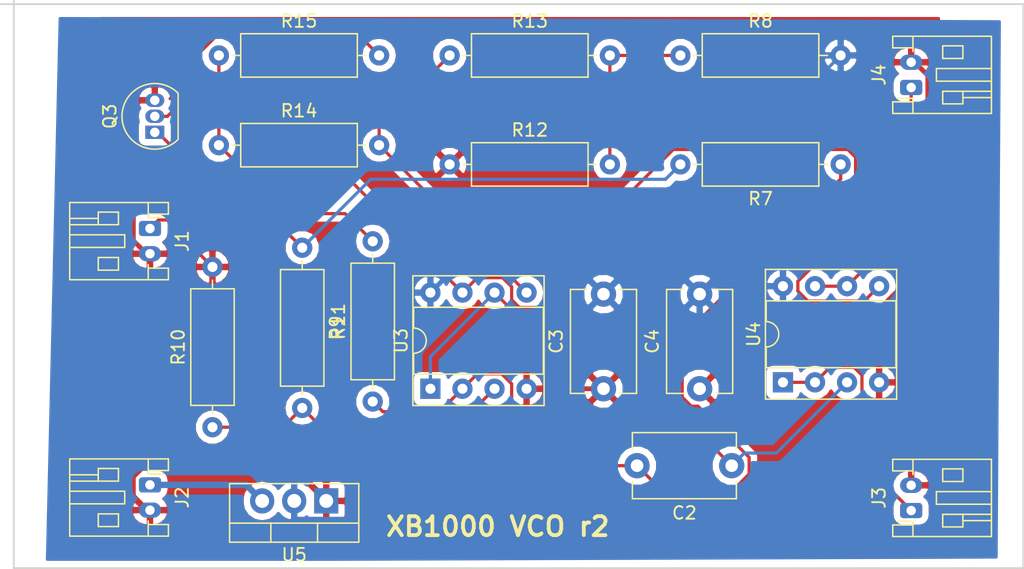
<source format=kicad_pcb>
(kicad_pcb (version 20171130) (host pcbnew "(5.0.1)-rc2")

  (general
    (thickness 1.6)
    (drawings 5)
    (tracks 157)
    (zones 0)
    (modules 20)
    (nets 15)
  )

  (page A4)
  (title_block
    (title "XB1000 VCO")
    (date 2018-10-15)
    (rev 1)
    (company "XB Ltd")
  )

  (layers
    (0 F.Cu signal)
    (31 B.Cu signal)
    (32 B.Adhes user)
    (33 F.Adhes user)
    (34 B.Paste user)
    (35 F.Paste user)
    (36 B.SilkS user)
    (37 F.SilkS user)
    (38 B.Mask user)
    (39 F.Mask user)
    (40 Dwgs.User user)
    (41 Cmts.User user)
    (42 Eco1.User user)
    (43 Eco2.User user)
    (44 Edge.Cuts user)
    (45 Margin user)
    (46 B.CrtYd user)
    (47 F.CrtYd user)
    (48 B.Fab user)
    (49 F.Fab user)
  )

  (setup
    (last_trace_width 0.254)
    (user_trace_width 0.1524)
    (user_trace_width 0.254)
    (user_trace_width 0.381)
    (user_trace_width 0.508)
    (user_trace_width 0.8121)
    (trace_clearance 0.254)
    (zone_clearance 0.508)
    (zone_45_only no)
    (trace_min 0.1524)
    (segment_width 0.2)
    (edge_width 0.15)
    (via_size 12.25804)
    (via_drill 8.38708)
    (via_min_size 0.4)
    (via_min_drill 0.2)
    (user_via 0.4826 0.3302)
    (user_via 0.5 0.4)
    (user_via 1.905 0.254)
    (uvia_size 0.3)
    (uvia_drill 0.1)
    (uvias_allowed no)
    (uvia_min_size 0.2)
    (uvia_min_drill 0.1)
    (pcb_text_width 0.3)
    (pcb_text_size 1.5 1.5)
    (mod_edge_width 0.15)
    (mod_text_size 1 1)
    (mod_text_width 0.15)
    (pad_size 1.524 1.524)
    (pad_drill 0.762)
    (pad_to_mask_clearance 0.051)
    (solder_mask_min_width 0.25)
    (aux_axis_origin 0 0)
    (visible_elements 7FFFFFFF)
    (pcbplotparams
      (layerselection 0x010f0_ffffffff)
      (usegerberextensions true)
      (usegerberattributes false)
      (usegerberadvancedattributes false)
      (creategerberjobfile false)
      (excludeedgelayer true)
      (linewidth 0.100000)
      (plotframeref false)
      (viasonmask false)
      (mode 1)
      (useauxorigin false)
      (hpglpennumber 1)
      (hpglpenspeed 20)
      (hpglpendiameter 15.000000)
      (psnegative false)
      (psa4output false)
      (plotreference true)
      (plotvalue true)
      (plotinvisibletext false)
      (padsonsilk false)
      (subtractmaskfromsilk false)
      (outputformat 1)
      (mirror false)
      (drillshape 0)
      (scaleselection 1)
      (outputdirectory "gerbers2/"))
  )

  (net 0 "")
  (net 1 "Net-(C2-Pad1)")
  (net 2 "Net-(C2-Pad2)")
  (net 3 +5V)
  (net 4 GND)
  (net 5 "Net-(J1-Pad1)")
  (net 6 "Net-(J3-Pad1)")
  (net 7 "Net-(J4-Pad1)")
  (net 8 "Net-(Q3-Pad2)")
  (net 9 "Net-(Q3-Pad1)")
  (net 10 "Net-(R12-Pad2)")
  (net 11 "Net-(R10-Pad1)")
  (net 12 "Net-(R13-Pad1)")
  (net 13 "Net-(R14-Pad1)")
  (net 14 "Net-(J2-Pad1)")

  (net_class Default "This is the default net class."
    (clearance 0.254)
    (trace_width 0.254)
    (via_dia 12.25804)
    (via_drill 8.38708)
    (uvia_dia 0.3)
    (uvia_drill 0.1)
    (diff_pair_gap 0.25)
    (diff_pair_width 83.82)
    (add_net +5V)
    (add_net "Net-(C2-Pad1)")
    (add_net "Net-(C2-Pad2)")
    (add_net "Net-(J1-Pad1)")
    (add_net "Net-(J2-Pad1)")
    (add_net "Net-(J3-Pad1)")
    (add_net "Net-(J4-Pad1)")
    (add_net "Net-(Q3-Pad1)")
    (add_net "Net-(Q3-Pad2)")
    (add_net "Net-(R10-Pad1)")
    (add_net "Net-(R12-Pad2)")
    (add_net "Net-(R13-Pad1)")
    (add_net "Net-(R14-Pad1)")
  )

  (net_class ground ""
    (clearance 0.254)
    (trace_width 0.381)
    (via_dia 12.25804)
    (via_drill 8.38708)
    (uvia_dia 0.3)
    (uvia_drill 0.1)
    (diff_pair_gap 0.25)
    (diff_pair_width 83.82)
    (add_net GND)
  )

  (module Resistor_THT:R_Axial_DIN0309_L9.0mm_D3.2mm_P12.70mm_Horizontal (layer F.Cu) (tedit 5AE5139B) (tstamp 5BD2EEC9)
    (at 98.044 99.06)
    (descr "Resistor, Axial_DIN0309 series, Axial, Horizontal, pin pitch=12.7mm, 0.5W = 1/2W, length*diameter=9*3.2mm^2, http://cdn-reichelt.de/documents/datenblatt/B400/1_4W%23YAG.pdf")
    (tags "Resistor Axial_DIN0309 series Axial Horizontal pin pitch 12.7mm 0.5W = 1/2W length 9mm diameter 3.2mm")
    (path /5BC756E4)
    (fp_text reference R12 (at 6.35 -2.72) (layer F.SilkS)
      (effects (font (size 1 1) (thickness 0.15)))
    )
    (fp_text value 100K (at 6.35 2.72) (layer F.Fab)
      (effects (font (size 1 1) (thickness 0.15)))
    )
    (fp_line (start 1.85 -1.6) (end 1.85 1.6) (layer F.Fab) (width 0.1))
    (fp_line (start 1.85 1.6) (end 10.85 1.6) (layer F.Fab) (width 0.1))
    (fp_line (start 10.85 1.6) (end 10.85 -1.6) (layer F.Fab) (width 0.1))
    (fp_line (start 10.85 -1.6) (end 1.85 -1.6) (layer F.Fab) (width 0.1))
    (fp_line (start 0 0) (end 1.85 0) (layer F.Fab) (width 0.1))
    (fp_line (start 12.7 0) (end 10.85 0) (layer F.Fab) (width 0.1))
    (fp_line (start 1.73 -1.72) (end 1.73 1.72) (layer F.SilkS) (width 0.12))
    (fp_line (start 1.73 1.72) (end 10.97 1.72) (layer F.SilkS) (width 0.12))
    (fp_line (start 10.97 1.72) (end 10.97 -1.72) (layer F.SilkS) (width 0.12))
    (fp_line (start 10.97 -1.72) (end 1.73 -1.72) (layer F.SilkS) (width 0.12))
    (fp_line (start 1.04 0) (end 1.73 0) (layer F.SilkS) (width 0.12))
    (fp_line (start 11.66 0) (end 10.97 0) (layer F.SilkS) (width 0.12))
    (fp_line (start -1.05 -1.85) (end -1.05 1.85) (layer F.CrtYd) (width 0.05))
    (fp_line (start -1.05 1.85) (end 13.75 1.85) (layer F.CrtYd) (width 0.05))
    (fp_line (start 13.75 1.85) (end 13.75 -1.85) (layer F.CrtYd) (width 0.05))
    (fp_line (start 13.75 -1.85) (end -1.05 -1.85) (layer F.CrtYd) (width 0.05))
    (fp_text user %R (at 6.35 0) (layer F.Fab)
      (effects (font (size 1 1) (thickness 0.15)))
    )
    (pad 1 thru_hole circle (at 0 0) (size 1.6 1.6) (drill 0.8) (layers *.Cu *.Mask)
      (net 4 GND))
    (pad 2 thru_hole oval (at 12.7 0) (size 1.6 1.6) (drill 0.8) (layers *.Cu *.Mask)
      (net 10 "Net-(R12-Pad2)"))
    (model ${KISYS3DMOD}/Resistor_THT.3dshapes/R_Axial_DIN0309_L9.0mm_D3.2mm_P12.70mm_Horizontal.wrl
      (at (xyz 0 0 0))
      (scale (xyz 1 1 1))
      (rotate (xyz 0 0 0))
    )
  )

  (module Package_DIP:DIP-8_W7.62mm_Socket (layer F.Cu) (tedit 5A02E8C5) (tstamp 5BD2EF56)
    (at 124.46 116.332 90)
    (descr "8-lead though-hole mounted DIP package, row spacing 7.62 mm (300 mils), Socket")
    (tags "THT DIP DIL PDIP 2.54mm 7.62mm 300mil Socket")
    (path /5BC53363)
    (fp_text reference U4 (at 3.81 -2.33 90) (layer F.SilkS)
      (effects (font (size 1 1) (thickness 0.15)))
    )
    (fp_text value LM358 (at 3.81 9.95 90) (layer F.Fab)
      (effects (font (size 1 1) (thickness 0.15)))
    )
    (fp_arc (start 3.81 -1.33) (end 2.81 -1.33) (angle -180) (layer F.SilkS) (width 0.12))
    (fp_line (start 1.635 -1.27) (end 6.985 -1.27) (layer F.Fab) (width 0.1))
    (fp_line (start 6.985 -1.27) (end 6.985 8.89) (layer F.Fab) (width 0.1))
    (fp_line (start 6.985 8.89) (end 0.635 8.89) (layer F.Fab) (width 0.1))
    (fp_line (start 0.635 8.89) (end 0.635 -0.27) (layer F.Fab) (width 0.1))
    (fp_line (start 0.635 -0.27) (end 1.635 -1.27) (layer F.Fab) (width 0.1))
    (fp_line (start -1.27 -1.33) (end -1.27 8.95) (layer F.Fab) (width 0.1))
    (fp_line (start -1.27 8.95) (end 8.89 8.95) (layer F.Fab) (width 0.1))
    (fp_line (start 8.89 8.95) (end 8.89 -1.33) (layer F.Fab) (width 0.1))
    (fp_line (start 8.89 -1.33) (end -1.27 -1.33) (layer F.Fab) (width 0.1))
    (fp_line (start 2.81 -1.33) (end 1.16 -1.33) (layer F.SilkS) (width 0.12))
    (fp_line (start 1.16 -1.33) (end 1.16 8.95) (layer F.SilkS) (width 0.12))
    (fp_line (start 1.16 8.95) (end 6.46 8.95) (layer F.SilkS) (width 0.12))
    (fp_line (start 6.46 8.95) (end 6.46 -1.33) (layer F.SilkS) (width 0.12))
    (fp_line (start 6.46 -1.33) (end 4.81 -1.33) (layer F.SilkS) (width 0.12))
    (fp_line (start -1.33 -1.39) (end -1.33 9.01) (layer F.SilkS) (width 0.12))
    (fp_line (start -1.33 9.01) (end 8.95 9.01) (layer F.SilkS) (width 0.12))
    (fp_line (start 8.95 9.01) (end 8.95 -1.39) (layer F.SilkS) (width 0.12))
    (fp_line (start 8.95 -1.39) (end -1.33 -1.39) (layer F.SilkS) (width 0.12))
    (fp_line (start -1.55 -1.6) (end -1.55 9.2) (layer F.CrtYd) (width 0.05))
    (fp_line (start -1.55 9.2) (end 9.15 9.2) (layer F.CrtYd) (width 0.05))
    (fp_line (start 9.15 9.2) (end 9.15 -1.6) (layer F.CrtYd) (width 0.05))
    (fp_line (start 9.15 -1.6) (end -1.55 -1.6) (layer F.CrtYd) (width 0.05))
    (fp_text user %R (at 3.81 3.81 90) (layer F.Fab)
      (effects (font (size 1 1) (thickness 0.15)))
    )
    (pad 1 thru_hole rect (at 0 0 90) (size 1.6 1.6) (drill 0.8) (layers *.Cu *.Mask)
      (net 6 "Net-(J3-Pad1)"))
    (pad 5 thru_hole oval (at 7.62 7.62 90) (size 1.6 1.6) (drill 0.8) (layers *.Cu *.Mask)
      (net 13 "Net-(R14-Pad1)"))
    (pad 2 thru_hole oval (at 0 2.54 90) (size 1.6 1.6) (drill 0.8) (layers *.Cu *.Mask)
      (net 6 "Net-(J3-Pad1)"))
    (pad 6 thru_hole oval (at 7.62 5.08 90) (size 1.6 1.6) (drill 0.8) (layers *.Cu *.Mask)
      (net 7 "Net-(J4-Pad1)"))
    (pad 3 thru_hole oval (at 0 5.08 90) (size 1.6 1.6) (drill 0.8) (layers *.Cu *.Mask)
      (net 1 "Net-(C2-Pad1)"))
    (pad 7 thru_hole oval (at 7.62 2.54 90) (size 1.6 1.6) (drill 0.8) (layers *.Cu *.Mask)
      (net 7 "Net-(J4-Pad1)"))
    (pad 4 thru_hole oval (at 0 7.62 90) (size 1.6 1.6) (drill 0.8) (layers *.Cu *.Mask)
      (net 4 GND))
    (pad 8 thru_hole oval (at 7.62 0 90) (size 1.6 1.6) (drill 0.8) (layers *.Cu *.Mask)
      (net 3 +5V))
    (model ${KISYS3DMOD}/Package_DIP.3dshapes/DIP-8_W7.62mm_Socket.wrl
      (at (xyz 0 0 0))
      (scale (xyz 1 1 1))
      (rotate (xyz 0 0 0))
    )
  )

  (module Connector_JST:JST_PH_S2B-PH-K_1x02_P2.00mm_Horizontal (layer F.Cu) (tedit 5B7745C6) (tstamp 5BD2EDCF)
    (at 74.295 124.46 270)
    (descr "JST PH series connector, S2B-PH-K (http://www.jst-mfg.com/product/pdf/eng/ePH.pdf), generated with kicad-footprint-generator")
    (tags "connector JST PH top entry")
    (path /5BC6E16F)
    (fp_text reference J2 (at 1 -2.55 270) (layer F.SilkS)
      (effects (font (size 1 1) (thickness 0.15)))
    )
    (fp_text value "Power In" (at 1 7.45 270) (layer F.Fab)
      (effects (font (size 1 1) (thickness 0.15)))
    )
    (fp_text user %R (at 1 2.5 270) (layer F.Fab)
      (effects (font (size 1 1) (thickness 0.15)))
    )
    (fp_line (start 0.5 1.375) (end 0 0.875) (layer F.Fab) (width 0.1))
    (fp_line (start -0.5 1.375) (end 0.5 1.375) (layer F.Fab) (width 0.1))
    (fp_line (start 0 0.875) (end -0.5 1.375) (layer F.Fab) (width 0.1))
    (fp_line (start -0.86 0.14) (end -0.86 -1.075) (layer F.SilkS) (width 0.12))
    (fp_line (start 3.25 0.25) (end -1.25 0.25) (layer F.Fab) (width 0.1))
    (fp_line (start 3.25 -1.35) (end 3.25 0.25) (layer F.Fab) (width 0.1))
    (fp_line (start 3.95 -1.35) (end 3.25 -1.35) (layer F.Fab) (width 0.1))
    (fp_line (start 3.95 6.25) (end 3.95 -1.35) (layer F.Fab) (width 0.1))
    (fp_line (start -1.95 6.25) (end 3.95 6.25) (layer F.Fab) (width 0.1))
    (fp_line (start -1.95 -1.35) (end -1.95 6.25) (layer F.Fab) (width 0.1))
    (fp_line (start -1.25 -1.35) (end -1.95 -1.35) (layer F.Fab) (width 0.1))
    (fp_line (start -1.25 0.25) (end -1.25 -1.35) (layer F.Fab) (width 0.1))
    (fp_line (start 4.45 -1.85) (end -2.45 -1.85) (layer F.CrtYd) (width 0.05))
    (fp_line (start 4.45 6.75) (end 4.45 -1.85) (layer F.CrtYd) (width 0.05))
    (fp_line (start -2.45 6.75) (end 4.45 6.75) (layer F.CrtYd) (width 0.05))
    (fp_line (start -2.45 -1.85) (end -2.45 6.75) (layer F.CrtYd) (width 0.05))
    (fp_line (start -0.8 4.1) (end -0.8 6.36) (layer F.SilkS) (width 0.12))
    (fp_line (start -0.3 4.1) (end -0.3 6.36) (layer F.SilkS) (width 0.12))
    (fp_line (start 2.3 2.5) (end 3.3 2.5) (layer F.SilkS) (width 0.12))
    (fp_line (start 2.3 4.1) (end 2.3 2.5) (layer F.SilkS) (width 0.12))
    (fp_line (start 3.3 4.1) (end 2.3 4.1) (layer F.SilkS) (width 0.12))
    (fp_line (start 3.3 2.5) (end 3.3 4.1) (layer F.SilkS) (width 0.12))
    (fp_line (start -0.3 2.5) (end -1.3 2.5) (layer F.SilkS) (width 0.12))
    (fp_line (start -0.3 4.1) (end -0.3 2.5) (layer F.SilkS) (width 0.12))
    (fp_line (start -1.3 4.1) (end -0.3 4.1) (layer F.SilkS) (width 0.12))
    (fp_line (start -1.3 2.5) (end -1.3 4.1) (layer F.SilkS) (width 0.12))
    (fp_line (start 4.06 0.14) (end 3.14 0.14) (layer F.SilkS) (width 0.12))
    (fp_line (start -2.06 0.14) (end -1.14 0.14) (layer F.SilkS) (width 0.12))
    (fp_line (start 1.5 2) (end 1.5 6.36) (layer F.SilkS) (width 0.12))
    (fp_line (start 0.5 2) (end 1.5 2) (layer F.SilkS) (width 0.12))
    (fp_line (start 0.5 6.36) (end 0.5 2) (layer F.SilkS) (width 0.12))
    (fp_line (start 3.14 0.14) (end 2.86 0.14) (layer F.SilkS) (width 0.12))
    (fp_line (start 3.14 -1.46) (end 3.14 0.14) (layer F.SilkS) (width 0.12))
    (fp_line (start 4.06 -1.46) (end 3.14 -1.46) (layer F.SilkS) (width 0.12))
    (fp_line (start 4.06 6.36) (end 4.06 -1.46) (layer F.SilkS) (width 0.12))
    (fp_line (start -2.06 6.36) (end 4.06 6.36) (layer F.SilkS) (width 0.12))
    (fp_line (start -2.06 -1.46) (end -2.06 6.36) (layer F.SilkS) (width 0.12))
    (fp_line (start -1.14 -1.46) (end -2.06 -1.46) (layer F.SilkS) (width 0.12))
    (fp_line (start -1.14 0.14) (end -1.14 -1.46) (layer F.SilkS) (width 0.12))
    (fp_line (start -0.86 0.14) (end -1.14 0.14) (layer F.SilkS) (width 0.12))
    (pad 2 thru_hole oval (at 2 0 270) (size 1.2 1.75) (drill 0.75) (layers *.Cu *.Mask)
      (net 4 GND))
    (pad 1 thru_hole roundrect (at 0 0 270) (size 1.2 1.75) (drill 0.75) (layers *.Cu *.Mask) (roundrect_rratio 0.208333)
      (net 14 "Net-(J2-Pad1)"))
    (model ${KISYS3DMOD}/Connector_JST.3dshapes/JST_PH_S2B-PH-K_1x02_P2.00mm_Horizontal.wrl
      (at (xyz 0 0 0))
      (scale (xyz 1 1 1))
      (rotate (xyz 0 0 0))
    )
  )

  (module Package_DIP:DIP-8_W7.62mm_Socket (layer F.Cu) (tedit 5A02E8C5) (tstamp 5BD2EF32)
    (at 96.52 116.84 90)
    (descr "8-lead though-hole mounted DIP package, row spacing 7.62 mm (300 mils), Socket")
    (tags "THT DIP DIL PDIP 2.54mm 7.62mm 300mil Socket")
    (path /5BC5309F)
    (fp_text reference U3 (at 3.81 -2.33 90) (layer F.SilkS)
      (effects (font (size 1 1) (thickness 0.15)))
    )
    (fp_text value LM358 (at 3.81 9.95 90) (layer F.Fab)
      (effects (font (size 1 1) (thickness 0.15)))
    )
    (fp_text user %R (at 3.81 3.81 90) (layer F.Fab)
      (effects (font (size 1 1) (thickness 0.15)))
    )
    (fp_line (start 9.15 -1.6) (end -1.55 -1.6) (layer F.CrtYd) (width 0.05))
    (fp_line (start 9.15 9.2) (end 9.15 -1.6) (layer F.CrtYd) (width 0.05))
    (fp_line (start -1.55 9.2) (end 9.15 9.2) (layer F.CrtYd) (width 0.05))
    (fp_line (start -1.55 -1.6) (end -1.55 9.2) (layer F.CrtYd) (width 0.05))
    (fp_line (start 8.95 -1.39) (end -1.33 -1.39) (layer F.SilkS) (width 0.12))
    (fp_line (start 8.95 9.01) (end 8.95 -1.39) (layer F.SilkS) (width 0.12))
    (fp_line (start -1.33 9.01) (end 8.95 9.01) (layer F.SilkS) (width 0.12))
    (fp_line (start -1.33 -1.39) (end -1.33 9.01) (layer F.SilkS) (width 0.12))
    (fp_line (start 6.46 -1.33) (end 4.81 -1.33) (layer F.SilkS) (width 0.12))
    (fp_line (start 6.46 8.95) (end 6.46 -1.33) (layer F.SilkS) (width 0.12))
    (fp_line (start 1.16 8.95) (end 6.46 8.95) (layer F.SilkS) (width 0.12))
    (fp_line (start 1.16 -1.33) (end 1.16 8.95) (layer F.SilkS) (width 0.12))
    (fp_line (start 2.81 -1.33) (end 1.16 -1.33) (layer F.SilkS) (width 0.12))
    (fp_line (start 8.89 -1.33) (end -1.27 -1.33) (layer F.Fab) (width 0.1))
    (fp_line (start 8.89 8.95) (end 8.89 -1.33) (layer F.Fab) (width 0.1))
    (fp_line (start -1.27 8.95) (end 8.89 8.95) (layer F.Fab) (width 0.1))
    (fp_line (start -1.27 -1.33) (end -1.27 8.95) (layer F.Fab) (width 0.1))
    (fp_line (start 0.635 -0.27) (end 1.635 -1.27) (layer F.Fab) (width 0.1))
    (fp_line (start 0.635 8.89) (end 0.635 -0.27) (layer F.Fab) (width 0.1))
    (fp_line (start 6.985 8.89) (end 0.635 8.89) (layer F.Fab) (width 0.1))
    (fp_line (start 6.985 -1.27) (end 6.985 8.89) (layer F.Fab) (width 0.1))
    (fp_line (start 1.635 -1.27) (end 6.985 -1.27) (layer F.Fab) (width 0.1))
    (fp_arc (start 3.81 -1.33) (end 2.81 -1.33) (angle -180) (layer F.SilkS) (width 0.12))
    (pad 8 thru_hole oval (at 7.62 0 90) (size 1.6 1.6) (drill 0.8) (layers *.Cu *.Mask)
      (net 3 +5V))
    (pad 4 thru_hole oval (at 0 7.62 90) (size 1.6 1.6) (drill 0.8) (layers *.Cu *.Mask)
      (net 4 GND))
    (pad 7 thru_hole oval (at 7.62 2.54 90) (size 1.6 1.6) (drill 0.8) (layers *.Cu *.Mask)
      (net 13 "Net-(R14-Pad1)"))
    (pad 3 thru_hole oval (at 0 5.08 90) (size 1.6 1.6) (drill 0.8) (layers *.Cu *.Mask)
      (net 11 "Net-(R10-Pad1)"))
    (pad 6 thru_hole oval (at 7.62 5.08 90) (size 1.6 1.6) (drill 0.8) (layers *.Cu *.Mask)
      (net 1 "Net-(C2-Pad1)"))
    (pad 2 thru_hole oval (at 0 2.54 90) (size 1.6 1.6) (drill 0.8) (layers *.Cu *.Mask)
      (net 2 "Net-(C2-Pad2)"))
    (pad 5 thru_hole oval (at 7.62 7.62 90) (size 1.6 1.6) (drill 0.8) (layers *.Cu *.Mask)
      (net 12 "Net-(R13-Pad1)"))
    (pad 1 thru_hole rect (at 0 0 90) (size 1.6 1.6) (drill 0.8) (layers *.Cu *.Mask)
      (net 1 "Net-(C2-Pad1)"))
    (model ${KISYS3DMOD}/Package_DIP.3dshapes/DIP-8_W7.62mm_Socket.wrl
      (at (xyz 0 0 0))
      (scale (xyz 1 1 1))
      (rotate (xyz 0 0 0))
    )
  )

  (module Capacitor_THT:C_Disc_D8.0mm_W5.0mm_P7.50mm (layer F.Cu) (tedit 5AE50EF0) (tstamp 5BD2ED5C)
    (at 110.236 116.84 90)
    (descr "C, Disc series, Radial, pin pitch=7.50mm, , diameter*width=8*5.0mm^2, Capacitor, http://www.vishay.com/docs/28535/vy2series.pdf")
    (tags "C Disc series Radial pin pitch 7.50mm  diameter 8mm width 5.0mm Capacitor")
    (path /5BC5C4A0)
    (fp_text reference C3 (at 3.75 -3.75 90) (layer F.SilkS)
      (effects (font (size 1 1) (thickness 0.15)))
    )
    (fp_text value 100nF (at 3.75 3.75 90) (layer F.Fab)
      (effects (font (size 1 1) (thickness 0.15)))
    )
    (fp_line (start -0.25 -2.5) (end -0.25 2.5) (layer F.Fab) (width 0.1))
    (fp_line (start -0.25 2.5) (end 7.75 2.5) (layer F.Fab) (width 0.1))
    (fp_line (start 7.75 2.5) (end 7.75 -2.5) (layer F.Fab) (width 0.1))
    (fp_line (start 7.75 -2.5) (end -0.25 -2.5) (layer F.Fab) (width 0.1))
    (fp_line (start -0.37 -2.62) (end 7.87 -2.62) (layer F.SilkS) (width 0.12))
    (fp_line (start -0.37 2.62) (end 7.87 2.62) (layer F.SilkS) (width 0.12))
    (fp_line (start -0.37 -2.62) (end -0.37 -1.256) (layer F.SilkS) (width 0.12))
    (fp_line (start -0.37 1.256) (end -0.37 2.62) (layer F.SilkS) (width 0.12))
    (fp_line (start 7.87 -2.62) (end 7.87 -1.256) (layer F.SilkS) (width 0.12))
    (fp_line (start 7.87 1.256) (end 7.87 2.62) (layer F.SilkS) (width 0.12))
    (fp_line (start -1.25 -2.75) (end -1.25 2.75) (layer F.CrtYd) (width 0.05))
    (fp_line (start -1.25 2.75) (end 8.75 2.75) (layer F.CrtYd) (width 0.05))
    (fp_line (start 8.75 2.75) (end 8.75 -2.75) (layer F.CrtYd) (width 0.05))
    (fp_line (start 8.75 -2.75) (end -1.25 -2.75) (layer F.CrtYd) (width 0.05))
    (fp_text user %R (at 3.75 0 90) (layer F.Fab)
      (effects (font (size 1 1) (thickness 0.15)))
    )
    (pad 1 thru_hole circle (at 0 0 90) (size 2 2) (drill 1) (layers *.Cu *.Mask)
      (net 4 GND))
    (pad 2 thru_hole circle (at 7.5 0 90) (size 2 2) (drill 1) (layers *.Cu *.Mask)
      (net 3 +5V))
    (model ${KISYS3DMOD}/Capacitor_THT.3dshapes/C_Disc_D8.0mm_W5.0mm_P7.50mm.wrl
      (at (xyz 0 0 0))
      (scale (xyz 1 1 1))
      (rotate (xyz 0 0 0))
    )
  )

  (module Resistor_THT:R_Axial_DIN0309_L9.0mm_D3.2mm_P12.70mm_Horizontal (layer F.Cu) (tedit 5AE5139B) (tstamp 5BD2EE9B)
    (at 79.248 119.888 90)
    (descr "Resistor, Axial_DIN0309 series, Axial, Horizontal, pin pitch=12.7mm, 0.5W = 1/2W, length*diameter=9*3.2mm^2, http://cdn-reichelt.de/documents/datenblatt/B400/1_4W%23YAG.pdf")
    (tags "Resistor Axial_DIN0309 series Axial Horizontal pin pitch 12.7mm 0.5W = 1/2W length 9mm diameter 3.2mm")
    (path /5BC5400B)
    (fp_text reference R10 (at 6.35 -2.72 90) (layer F.SilkS)
      (effects (font (size 1 1) (thickness 0.15)))
    )
    (fp_text value 56K (at 6.35 2.72 90) (layer F.Fab)
      (effects (font (size 1 1) (thickness 0.15)))
    )
    (fp_text user %R (at 6.35 0 90) (layer F.Fab)
      (effects (font (size 1 1) (thickness 0.15)))
    )
    (fp_line (start 13.75 -1.85) (end -1.05 -1.85) (layer F.CrtYd) (width 0.05))
    (fp_line (start 13.75 1.85) (end 13.75 -1.85) (layer F.CrtYd) (width 0.05))
    (fp_line (start -1.05 1.85) (end 13.75 1.85) (layer F.CrtYd) (width 0.05))
    (fp_line (start -1.05 -1.85) (end -1.05 1.85) (layer F.CrtYd) (width 0.05))
    (fp_line (start 11.66 0) (end 10.97 0) (layer F.SilkS) (width 0.12))
    (fp_line (start 1.04 0) (end 1.73 0) (layer F.SilkS) (width 0.12))
    (fp_line (start 10.97 -1.72) (end 1.73 -1.72) (layer F.SilkS) (width 0.12))
    (fp_line (start 10.97 1.72) (end 10.97 -1.72) (layer F.SilkS) (width 0.12))
    (fp_line (start 1.73 1.72) (end 10.97 1.72) (layer F.SilkS) (width 0.12))
    (fp_line (start 1.73 -1.72) (end 1.73 1.72) (layer F.SilkS) (width 0.12))
    (fp_line (start 12.7 0) (end 10.85 0) (layer F.Fab) (width 0.1))
    (fp_line (start 0 0) (end 1.85 0) (layer F.Fab) (width 0.1))
    (fp_line (start 10.85 -1.6) (end 1.85 -1.6) (layer F.Fab) (width 0.1))
    (fp_line (start 10.85 1.6) (end 10.85 -1.6) (layer F.Fab) (width 0.1))
    (fp_line (start 1.85 1.6) (end 10.85 1.6) (layer F.Fab) (width 0.1))
    (fp_line (start 1.85 -1.6) (end 1.85 1.6) (layer F.Fab) (width 0.1))
    (pad 2 thru_hole oval (at 12.7 0 90) (size 1.6 1.6) (drill 0.8) (layers *.Cu *.Mask)
      (net 4 GND))
    (pad 1 thru_hole circle (at 0 0 90) (size 1.6 1.6) (drill 0.8) (layers *.Cu *.Mask)
      (net 11 "Net-(R10-Pad1)"))
    (model ${KISYS3DMOD}/Resistor_THT.3dshapes/R_Axial_DIN0309_L9.0mm_D3.2mm_P12.70mm_Horizontal.wrl
      (at (xyz 0 0 0))
      (scale (xyz 1 1 1))
      (rotate (xyz 0 0 0))
    )
  )

  (module Resistor_THT:R_Axial_DIN0309_L9.0mm_D3.2mm_P12.70mm_Horizontal (layer F.Cu) (tedit 5AE5139B) (tstamp 5BD2EEF7)
    (at 79.756 97.536)
    (descr "Resistor, Axial_DIN0309 series, Axial, Horizontal, pin pitch=12.7mm, 0.5W = 1/2W, length*diameter=9*3.2mm^2, http://cdn-reichelt.de/documents/datenblatt/B400/1_4W%23YAG.pdf")
    (tags "Resistor Axial_DIN0309 series Axial Horizontal pin pitch 12.7mm 0.5W = 1/2W length 9mm diameter 3.2mm")
    (path /5BC57C09)
    (fp_text reference R14 (at 6.35 -2.72) (layer F.SilkS)
      (effects (font (size 1 1) (thickness 0.15)))
    )
    (fp_text value 100K (at 6.35 2.72) (layer F.Fab)
      (effects (font (size 1 1) (thickness 0.15)))
    )
    (fp_text user %R (at 6.35 0) (layer F.Fab)
      (effects (font (size 1 1) (thickness 0.15)))
    )
    (fp_line (start 13.75 -1.85) (end -1.05 -1.85) (layer F.CrtYd) (width 0.05))
    (fp_line (start 13.75 1.85) (end 13.75 -1.85) (layer F.CrtYd) (width 0.05))
    (fp_line (start -1.05 1.85) (end 13.75 1.85) (layer F.CrtYd) (width 0.05))
    (fp_line (start -1.05 -1.85) (end -1.05 1.85) (layer F.CrtYd) (width 0.05))
    (fp_line (start 11.66 0) (end 10.97 0) (layer F.SilkS) (width 0.12))
    (fp_line (start 1.04 0) (end 1.73 0) (layer F.SilkS) (width 0.12))
    (fp_line (start 10.97 -1.72) (end 1.73 -1.72) (layer F.SilkS) (width 0.12))
    (fp_line (start 10.97 1.72) (end 10.97 -1.72) (layer F.SilkS) (width 0.12))
    (fp_line (start 1.73 1.72) (end 10.97 1.72) (layer F.SilkS) (width 0.12))
    (fp_line (start 1.73 -1.72) (end 1.73 1.72) (layer F.SilkS) (width 0.12))
    (fp_line (start 12.7 0) (end 10.85 0) (layer F.Fab) (width 0.1))
    (fp_line (start 0 0) (end 1.85 0) (layer F.Fab) (width 0.1))
    (fp_line (start 10.85 -1.6) (end 1.85 -1.6) (layer F.Fab) (width 0.1))
    (fp_line (start 10.85 1.6) (end 10.85 -1.6) (layer F.Fab) (width 0.1))
    (fp_line (start 1.85 1.6) (end 10.85 1.6) (layer F.Fab) (width 0.1))
    (fp_line (start 1.85 -1.6) (end 1.85 1.6) (layer F.Fab) (width 0.1))
    (pad 2 thru_hole oval (at 12.7 0) (size 1.6 1.6) (drill 0.8) (layers *.Cu *.Mask)
      (net 12 "Net-(R13-Pad1)"))
    (pad 1 thru_hole circle (at 0 0) (size 1.6 1.6) (drill 0.8) (layers *.Cu *.Mask)
      (net 13 "Net-(R14-Pad1)"))
    (model ${KISYS3DMOD}/Resistor_THT.3dshapes/R_Axial_DIN0309_L9.0mm_D3.2mm_P12.70mm_Horizontal.wrl
      (at (xyz 0 0 0))
      (scale (xyz 1 1 1))
      (rotate (xyz 0 0 0))
    )
  )

  (module Package_TO_SOT_THT:TO-92_Inline (layer F.Cu) (tedit 5A1DD157) (tstamp 5BD2EE3F)
    (at 74.676 96.52 90)
    (descr "TO-92 leads in-line, narrow, oval pads, drill 0.75mm (see NXP sot054_po.pdf)")
    (tags "to-92 sc-43 sc-43a sot54 PA33 transistor")
    (path /5BC541B7)
    (fp_text reference Q3 (at 1.27 -3.56 90) (layer F.SilkS)
      (effects (font (size 1 1) (thickness 0.15)))
    )
    (fp_text value BC548 (at 1.27 2.79 90) (layer F.Fab)
      (effects (font (size 1 1) (thickness 0.15)))
    )
    (fp_text user %R (at 1.27 -3.56 90) (layer F.Fab)
      (effects (font (size 1 1) (thickness 0.15)))
    )
    (fp_line (start -0.53 1.85) (end 3.07 1.85) (layer F.SilkS) (width 0.12))
    (fp_line (start -0.5 1.75) (end 3 1.75) (layer F.Fab) (width 0.1))
    (fp_line (start -1.46 -2.73) (end 4 -2.73) (layer F.CrtYd) (width 0.05))
    (fp_line (start -1.46 -2.73) (end -1.46 2.01) (layer F.CrtYd) (width 0.05))
    (fp_line (start 4 2.01) (end 4 -2.73) (layer F.CrtYd) (width 0.05))
    (fp_line (start 4 2.01) (end -1.46 2.01) (layer F.CrtYd) (width 0.05))
    (fp_arc (start 1.27 0) (end 1.27 -2.48) (angle 135) (layer F.Fab) (width 0.1))
    (fp_arc (start 1.27 0) (end 1.27 -2.6) (angle -135) (layer F.SilkS) (width 0.12))
    (fp_arc (start 1.27 0) (end 1.27 -2.48) (angle -135) (layer F.Fab) (width 0.1))
    (fp_arc (start 1.27 0) (end 1.27 -2.6) (angle 135) (layer F.SilkS) (width 0.12))
    (pad 2 thru_hole oval (at 1.27 0 90) (size 1.05 1.5) (drill 0.75) (layers *.Cu *.Mask)
      (net 8 "Net-(Q3-Pad2)"))
    (pad 3 thru_hole oval (at 2.54 0 90) (size 1.05 1.5) (drill 0.75) (layers *.Cu *.Mask)
      (net 4 GND))
    (pad 1 thru_hole rect (at 0 0 90) (size 1.05 1.5) (drill 0.75) (layers *.Cu *.Mask)
      (net 9 "Net-(Q3-Pad1)"))
    (model ${KISYS3DMOD}/Package_TO_SOT_THT.3dshapes/TO-92_Inline.wrl
      (at (xyz 0 0 0))
      (scale (xyz 1 1 1))
      (rotate (xyz 0 0 0))
    )
  )

  (module Connector_JST:JST_PH_S2B-PH-K_1x02_P2.00mm_Horizontal (layer F.Cu) (tedit 5B7745C6) (tstamp 5BD2EDA0)
    (at 74.295 104.14 270)
    (descr "JST PH series connector, S2B-PH-K (http://www.jst-mfg.com/product/pdf/eng/ePH.pdf), generated with kicad-footprint-generator")
    (tags "connector JST PH top entry")
    (path /5BC62A30)
    (fp_text reference J1 (at 1 -2.55 270) (layer F.SilkS)
      (effects (font (size 1 1) (thickness 0.15)))
    )
    (fp_text value Input (at 1 7.45 270) (layer F.Fab)
      (effects (font (size 1 1) (thickness 0.15)))
    )
    (fp_line (start -0.86 0.14) (end -1.14 0.14) (layer F.SilkS) (width 0.12))
    (fp_line (start -1.14 0.14) (end -1.14 -1.46) (layer F.SilkS) (width 0.12))
    (fp_line (start -1.14 -1.46) (end -2.06 -1.46) (layer F.SilkS) (width 0.12))
    (fp_line (start -2.06 -1.46) (end -2.06 6.36) (layer F.SilkS) (width 0.12))
    (fp_line (start -2.06 6.36) (end 4.06 6.36) (layer F.SilkS) (width 0.12))
    (fp_line (start 4.06 6.36) (end 4.06 -1.46) (layer F.SilkS) (width 0.12))
    (fp_line (start 4.06 -1.46) (end 3.14 -1.46) (layer F.SilkS) (width 0.12))
    (fp_line (start 3.14 -1.46) (end 3.14 0.14) (layer F.SilkS) (width 0.12))
    (fp_line (start 3.14 0.14) (end 2.86 0.14) (layer F.SilkS) (width 0.12))
    (fp_line (start 0.5 6.36) (end 0.5 2) (layer F.SilkS) (width 0.12))
    (fp_line (start 0.5 2) (end 1.5 2) (layer F.SilkS) (width 0.12))
    (fp_line (start 1.5 2) (end 1.5 6.36) (layer F.SilkS) (width 0.12))
    (fp_line (start -2.06 0.14) (end -1.14 0.14) (layer F.SilkS) (width 0.12))
    (fp_line (start 4.06 0.14) (end 3.14 0.14) (layer F.SilkS) (width 0.12))
    (fp_line (start -1.3 2.5) (end -1.3 4.1) (layer F.SilkS) (width 0.12))
    (fp_line (start -1.3 4.1) (end -0.3 4.1) (layer F.SilkS) (width 0.12))
    (fp_line (start -0.3 4.1) (end -0.3 2.5) (layer F.SilkS) (width 0.12))
    (fp_line (start -0.3 2.5) (end -1.3 2.5) (layer F.SilkS) (width 0.12))
    (fp_line (start 3.3 2.5) (end 3.3 4.1) (layer F.SilkS) (width 0.12))
    (fp_line (start 3.3 4.1) (end 2.3 4.1) (layer F.SilkS) (width 0.12))
    (fp_line (start 2.3 4.1) (end 2.3 2.5) (layer F.SilkS) (width 0.12))
    (fp_line (start 2.3 2.5) (end 3.3 2.5) (layer F.SilkS) (width 0.12))
    (fp_line (start -0.3 4.1) (end -0.3 6.36) (layer F.SilkS) (width 0.12))
    (fp_line (start -0.8 4.1) (end -0.8 6.36) (layer F.SilkS) (width 0.12))
    (fp_line (start -2.45 -1.85) (end -2.45 6.75) (layer F.CrtYd) (width 0.05))
    (fp_line (start -2.45 6.75) (end 4.45 6.75) (layer F.CrtYd) (width 0.05))
    (fp_line (start 4.45 6.75) (end 4.45 -1.85) (layer F.CrtYd) (width 0.05))
    (fp_line (start 4.45 -1.85) (end -2.45 -1.85) (layer F.CrtYd) (width 0.05))
    (fp_line (start -1.25 0.25) (end -1.25 -1.35) (layer F.Fab) (width 0.1))
    (fp_line (start -1.25 -1.35) (end -1.95 -1.35) (layer F.Fab) (width 0.1))
    (fp_line (start -1.95 -1.35) (end -1.95 6.25) (layer F.Fab) (width 0.1))
    (fp_line (start -1.95 6.25) (end 3.95 6.25) (layer F.Fab) (width 0.1))
    (fp_line (start 3.95 6.25) (end 3.95 -1.35) (layer F.Fab) (width 0.1))
    (fp_line (start 3.95 -1.35) (end 3.25 -1.35) (layer F.Fab) (width 0.1))
    (fp_line (start 3.25 -1.35) (end 3.25 0.25) (layer F.Fab) (width 0.1))
    (fp_line (start 3.25 0.25) (end -1.25 0.25) (layer F.Fab) (width 0.1))
    (fp_line (start -0.86 0.14) (end -0.86 -1.075) (layer F.SilkS) (width 0.12))
    (fp_line (start 0 0.875) (end -0.5 1.375) (layer F.Fab) (width 0.1))
    (fp_line (start -0.5 1.375) (end 0.5 1.375) (layer F.Fab) (width 0.1))
    (fp_line (start 0.5 1.375) (end 0 0.875) (layer F.Fab) (width 0.1))
    (fp_text user %R (at 1 2.5 270) (layer F.Fab)
      (effects (font (size 1 1) (thickness 0.15)))
    )
    (pad 1 thru_hole roundrect (at 0 0 270) (size 1.2 1.75) (drill 0.75) (layers *.Cu *.Mask) (roundrect_rratio 0.208333)
      (net 5 "Net-(J1-Pad1)"))
    (pad 2 thru_hole oval (at 2 0 270) (size 1.2 1.75) (drill 0.75) (layers *.Cu *.Mask)
      (net 4 GND))
    (model ${KISYS3DMOD}/Connector_JST.3dshapes/JST_PH_S2B-PH-K_1x02_P2.00mm_Horizontal.wrl
      (at (xyz 0 0 0))
      (scale (xyz 1 1 1))
      (rotate (xyz 0 0 0))
    )
  )

  (module Capacitor_THT:C_Disc_D8.0mm_W5.0mm_P7.50mm (layer F.Cu) (tedit 5AE50EF0) (tstamp 5BD2ED47)
    (at 120.396 122.936 180)
    (descr "C, Disc series, Radial, pin pitch=7.50mm, , diameter*width=8*5.0mm^2, Capacitor, http://www.vishay.com/docs/28535/vy2series.pdf")
    (tags "C Disc series Radial pin pitch 7.50mm  diameter 8mm width 5.0mm Capacitor")
    (path /5BC553F5)
    (fp_text reference C2 (at 3.75 -3.75 180) (layer F.SilkS)
      (effects (font (size 1 1) (thickness 0.15)))
    )
    (fp_text value 4.7nf (at 3.75 3.75 180) (layer F.Fab)
      (effects (font (size 1 1) (thickness 0.15)))
    )
    (fp_line (start -0.25 -2.5) (end -0.25 2.5) (layer F.Fab) (width 0.1))
    (fp_line (start -0.25 2.5) (end 7.75 2.5) (layer F.Fab) (width 0.1))
    (fp_line (start 7.75 2.5) (end 7.75 -2.5) (layer F.Fab) (width 0.1))
    (fp_line (start 7.75 -2.5) (end -0.25 -2.5) (layer F.Fab) (width 0.1))
    (fp_line (start -0.37 -2.62) (end 7.87 -2.62) (layer F.SilkS) (width 0.12))
    (fp_line (start -0.37 2.62) (end 7.87 2.62) (layer F.SilkS) (width 0.12))
    (fp_line (start -0.37 -2.62) (end -0.37 -1.256) (layer F.SilkS) (width 0.12))
    (fp_line (start -0.37 1.256) (end -0.37 2.62) (layer F.SilkS) (width 0.12))
    (fp_line (start 7.87 -2.62) (end 7.87 -1.256) (layer F.SilkS) (width 0.12))
    (fp_line (start 7.87 1.256) (end 7.87 2.62) (layer F.SilkS) (width 0.12))
    (fp_line (start -1.25 -2.75) (end -1.25 2.75) (layer F.CrtYd) (width 0.05))
    (fp_line (start -1.25 2.75) (end 8.75 2.75) (layer F.CrtYd) (width 0.05))
    (fp_line (start 8.75 2.75) (end 8.75 -2.75) (layer F.CrtYd) (width 0.05))
    (fp_line (start 8.75 -2.75) (end -1.25 -2.75) (layer F.CrtYd) (width 0.05))
    (fp_text user %R (at 3.75 0 180) (layer F.Fab)
      (effects (font (size 1 1) (thickness 0.15)))
    )
    (pad 1 thru_hole circle (at 0 0 180) (size 2 2) (drill 1) (layers *.Cu *.Mask)
      (net 1 "Net-(C2-Pad1)"))
    (pad 2 thru_hole circle (at 7.5 0 180) (size 2 2) (drill 1) (layers *.Cu *.Mask)
      (net 2 "Net-(C2-Pad2)"))
    (model ${KISYS3DMOD}/Capacitor_THT.3dshapes/C_Disc_D8.0mm_W5.0mm_P7.50mm.wrl
      (at (xyz 0 0 0))
      (scale (xyz 1 1 1))
      (rotate (xyz 0 0 0))
    )
  )

  (module Capacitor_THT:C_Disc_D8.0mm_W5.0mm_P7.50mm (layer F.Cu) (tedit 5AE50EF0) (tstamp 5BD2ED71)
    (at 117.856 116.84 90)
    (descr "C, Disc series, Radial, pin pitch=7.50mm, , diameter*width=8*5.0mm^2, Capacitor, http://www.vishay.com/docs/28535/vy2series.pdf")
    (tags "C Disc series Radial pin pitch 7.50mm  diameter 8mm width 5.0mm Capacitor")
    (path /5BC5E910)
    (fp_text reference C4 (at 3.75 -3.75 90) (layer F.SilkS)
      (effects (font (size 1 1) (thickness 0.15)))
    )
    (fp_text value 100nF (at 3.75 3.75 90) (layer F.Fab)
      (effects (font (size 1 1) (thickness 0.15)))
    )
    (fp_text user %R (at 3.75 0 90) (layer F.Fab)
      (effects (font (size 1 1) (thickness 0.15)))
    )
    (fp_line (start 8.75 -2.75) (end -1.25 -2.75) (layer F.CrtYd) (width 0.05))
    (fp_line (start 8.75 2.75) (end 8.75 -2.75) (layer F.CrtYd) (width 0.05))
    (fp_line (start -1.25 2.75) (end 8.75 2.75) (layer F.CrtYd) (width 0.05))
    (fp_line (start -1.25 -2.75) (end -1.25 2.75) (layer F.CrtYd) (width 0.05))
    (fp_line (start 7.87 1.256) (end 7.87 2.62) (layer F.SilkS) (width 0.12))
    (fp_line (start 7.87 -2.62) (end 7.87 -1.256) (layer F.SilkS) (width 0.12))
    (fp_line (start -0.37 1.256) (end -0.37 2.62) (layer F.SilkS) (width 0.12))
    (fp_line (start -0.37 -2.62) (end -0.37 -1.256) (layer F.SilkS) (width 0.12))
    (fp_line (start -0.37 2.62) (end 7.87 2.62) (layer F.SilkS) (width 0.12))
    (fp_line (start -0.37 -2.62) (end 7.87 -2.62) (layer F.SilkS) (width 0.12))
    (fp_line (start 7.75 -2.5) (end -0.25 -2.5) (layer F.Fab) (width 0.1))
    (fp_line (start 7.75 2.5) (end 7.75 -2.5) (layer F.Fab) (width 0.1))
    (fp_line (start -0.25 2.5) (end 7.75 2.5) (layer F.Fab) (width 0.1))
    (fp_line (start -0.25 -2.5) (end -0.25 2.5) (layer F.Fab) (width 0.1))
    (pad 2 thru_hole circle (at 7.5 0 90) (size 2 2) (drill 1) (layers *.Cu *.Mask)
      (net 3 +5V))
    (pad 1 thru_hole circle (at 0 0 90) (size 2 2) (drill 1) (layers *.Cu *.Mask)
      (net 4 GND))
    (model ${KISYS3DMOD}/Capacitor_THT.3dshapes/C_Disc_D8.0mm_W5.0mm_P7.50mm.wrl
      (at (xyz 0 0 0))
      (scale (xyz 1 1 1))
      (rotate (xyz 0 0 0))
    )
  )

  (module Resistor_THT:R_Axial_DIN0309_L9.0mm_D3.2mm_P12.70mm_Horizontal (layer F.Cu) (tedit 5AE5139B) (tstamp 5BD2EE84)
    (at 86.36 105.664 270)
    (descr "Resistor, Axial_DIN0309 series, Axial, Horizontal, pin pitch=12.7mm, 0.5W = 1/2W, length*diameter=9*3.2mm^2, http://cdn-reichelt.de/documents/datenblatt/B400/1_4W%23YAG.pdf")
    (tags "Resistor Axial_DIN0309 series Axial Horizontal pin pitch 12.7mm 0.5W = 1/2W length 9mm diameter 3.2mm")
    (path /5BC536A5)
    (fp_text reference R9 (at 6.35 -2.72 270) (layer F.SilkS)
      (effects (font (size 1 1) (thickness 0.15)))
    )
    (fp_text value 56K (at 6.35 2.72 270) (layer F.Fab)
      (effects (font (size 1 1) (thickness 0.15)))
    )
    (fp_line (start 1.85 -1.6) (end 1.85 1.6) (layer F.Fab) (width 0.1))
    (fp_line (start 1.85 1.6) (end 10.85 1.6) (layer F.Fab) (width 0.1))
    (fp_line (start 10.85 1.6) (end 10.85 -1.6) (layer F.Fab) (width 0.1))
    (fp_line (start 10.85 -1.6) (end 1.85 -1.6) (layer F.Fab) (width 0.1))
    (fp_line (start 0 0) (end 1.85 0) (layer F.Fab) (width 0.1))
    (fp_line (start 12.7 0) (end 10.85 0) (layer F.Fab) (width 0.1))
    (fp_line (start 1.73 -1.72) (end 1.73 1.72) (layer F.SilkS) (width 0.12))
    (fp_line (start 1.73 1.72) (end 10.97 1.72) (layer F.SilkS) (width 0.12))
    (fp_line (start 10.97 1.72) (end 10.97 -1.72) (layer F.SilkS) (width 0.12))
    (fp_line (start 10.97 -1.72) (end 1.73 -1.72) (layer F.SilkS) (width 0.12))
    (fp_line (start 1.04 0) (end 1.73 0) (layer F.SilkS) (width 0.12))
    (fp_line (start 11.66 0) (end 10.97 0) (layer F.SilkS) (width 0.12))
    (fp_line (start -1.05 -1.85) (end -1.05 1.85) (layer F.CrtYd) (width 0.05))
    (fp_line (start -1.05 1.85) (end 13.75 1.85) (layer F.CrtYd) (width 0.05))
    (fp_line (start 13.75 1.85) (end 13.75 -1.85) (layer F.CrtYd) (width 0.05))
    (fp_line (start 13.75 -1.85) (end -1.05 -1.85) (layer F.CrtYd) (width 0.05))
    (fp_text user %R (at 6.35 0 270) (layer F.Fab)
      (effects (font (size 1 1) (thickness 0.15)))
    )
    (pad 1 thru_hole circle (at 0 0 270) (size 1.6 1.6) (drill 0.8) (layers *.Cu *.Mask)
      (net 5 "Net-(J1-Pad1)"))
    (pad 2 thru_hole oval (at 12.7 0 270) (size 1.6 1.6) (drill 0.8) (layers *.Cu *.Mask)
      (net 11 "Net-(R10-Pad1)"))
    (model ${KISYS3DMOD}/Resistor_THT.3dshapes/R_Axial_DIN0309_L9.0mm_D3.2mm_P12.70mm_Horizontal.wrl
      (at (xyz 0 0 0))
      (scale (xyz 1 1 1))
      (rotate (xyz 0 0 0))
    )
  )

  (module Resistor_THT:R_Axial_DIN0309_L9.0mm_D3.2mm_P12.70mm_Horizontal (layer F.Cu) (tedit 5AE5139B) (tstamp 5BD2EEB2)
    (at 91.948 117.856 90)
    (descr "Resistor, Axial_DIN0309 series, Axial, Horizontal, pin pitch=12.7mm, 0.5W = 1/2W, length*diameter=9*3.2mm^2, http://cdn-reichelt.de/documents/datenblatt/B400/1_4W%23YAG.pdf")
    (tags "Resistor Axial_DIN0309 series Axial Horizontal pin pitch 12.7mm 0.5W = 1/2W length 9mm diameter 3.2mm")
    (path /5BC5409E)
    (fp_text reference R11 (at 6.35 -2.72 90) (layer F.SilkS)
      (effects (font (size 1 1) (thickness 0.15)))
    )
    (fp_text value 56K (at 6.35 2.72 90) (layer F.Fab)
      (effects (font (size 1 1) (thickness 0.15)))
    )
    (fp_line (start 1.85 -1.6) (end 1.85 1.6) (layer F.Fab) (width 0.1))
    (fp_line (start 1.85 1.6) (end 10.85 1.6) (layer F.Fab) (width 0.1))
    (fp_line (start 10.85 1.6) (end 10.85 -1.6) (layer F.Fab) (width 0.1))
    (fp_line (start 10.85 -1.6) (end 1.85 -1.6) (layer F.Fab) (width 0.1))
    (fp_line (start 0 0) (end 1.85 0) (layer F.Fab) (width 0.1))
    (fp_line (start 12.7 0) (end 10.85 0) (layer F.Fab) (width 0.1))
    (fp_line (start 1.73 -1.72) (end 1.73 1.72) (layer F.SilkS) (width 0.12))
    (fp_line (start 1.73 1.72) (end 10.97 1.72) (layer F.SilkS) (width 0.12))
    (fp_line (start 10.97 1.72) (end 10.97 -1.72) (layer F.SilkS) (width 0.12))
    (fp_line (start 10.97 -1.72) (end 1.73 -1.72) (layer F.SilkS) (width 0.12))
    (fp_line (start 1.04 0) (end 1.73 0) (layer F.SilkS) (width 0.12))
    (fp_line (start 11.66 0) (end 10.97 0) (layer F.SilkS) (width 0.12))
    (fp_line (start -1.05 -1.85) (end -1.05 1.85) (layer F.CrtYd) (width 0.05))
    (fp_line (start -1.05 1.85) (end 13.75 1.85) (layer F.CrtYd) (width 0.05))
    (fp_line (start 13.75 1.85) (end 13.75 -1.85) (layer F.CrtYd) (width 0.05))
    (fp_line (start 13.75 -1.85) (end -1.05 -1.85) (layer F.CrtYd) (width 0.05))
    (fp_text user %R (at 6.35 0 90) (layer F.Fab)
      (effects (font (size 1 1) (thickness 0.15)))
    )
    (pad 1 thru_hole circle (at 0 0 90) (size 1.6 1.6) (drill 0.8) (layers *.Cu *.Mask)
      (net 2 "Net-(C2-Pad2)"))
    (pad 2 thru_hole oval (at 12.7 0 90) (size 1.6 1.6) (drill 0.8) (layers *.Cu *.Mask)
      (net 9 "Net-(Q3-Pad1)"))
    (model ${KISYS3DMOD}/Resistor_THT.3dshapes/R_Axial_DIN0309_L9.0mm_D3.2mm_P12.70mm_Horizontal.wrl
      (at (xyz 0 0 0))
      (scale (xyz 1 1 1))
      (rotate (xyz 0 0 0))
    )
  )

  (module Package_TO_SOT_THT:TO-220-3_Vertical (layer F.Cu) (tedit 5AC8BA0D) (tstamp 5BD2EF70)
    (at 88.265 125.73 180)
    (descr "TO-220-3, Vertical, RM 2.54mm, see https://www.vishay.com/docs/66542/to-220-1.pdf")
    (tags "TO-220-3 Vertical RM 2.54mm")
    (path /5BC65106)
    (fp_text reference U5 (at 2.54 -4.27 180) (layer F.SilkS)
      (effects (font (size 1 1) (thickness 0.15)))
    )
    (fp_text value "+5V Linear Regulator" (at 2.54 2.5 180) (layer F.Fab)
      (effects (font (size 1 1) (thickness 0.15)))
    )
    (fp_line (start -2.46 -3.15) (end -2.46 1.25) (layer F.Fab) (width 0.1))
    (fp_line (start -2.46 1.25) (end 7.54 1.25) (layer F.Fab) (width 0.1))
    (fp_line (start 7.54 1.25) (end 7.54 -3.15) (layer F.Fab) (width 0.1))
    (fp_line (start 7.54 -3.15) (end -2.46 -3.15) (layer F.Fab) (width 0.1))
    (fp_line (start -2.46 -1.88) (end 7.54 -1.88) (layer F.Fab) (width 0.1))
    (fp_line (start 0.69 -3.15) (end 0.69 -1.88) (layer F.Fab) (width 0.1))
    (fp_line (start 4.39 -3.15) (end 4.39 -1.88) (layer F.Fab) (width 0.1))
    (fp_line (start -2.58 -3.27) (end 7.66 -3.27) (layer F.SilkS) (width 0.12))
    (fp_line (start -2.58 1.371) (end 7.66 1.371) (layer F.SilkS) (width 0.12))
    (fp_line (start -2.58 -3.27) (end -2.58 1.371) (layer F.SilkS) (width 0.12))
    (fp_line (start 7.66 -3.27) (end 7.66 1.371) (layer F.SilkS) (width 0.12))
    (fp_line (start -2.58 -1.76) (end 7.66 -1.76) (layer F.SilkS) (width 0.12))
    (fp_line (start 0.69 -3.27) (end 0.69 -1.76) (layer F.SilkS) (width 0.12))
    (fp_line (start 4.391 -3.27) (end 4.391 -1.76) (layer F.SilkS) (width 0.12))
    (fp_line (start -2.71 -3.4) (end -2.71 1.51) (layer F.CrtYd) (width 0.05))
    (fp_line (start -2.71 1.51) (end 7.79 1.51) (layer F.CrtYd) (width 0.05))
    (fp_line (start 7.79 1.51) (end 7.79 -3.4) (layer F.CrtYd) (width 0.05))
    (fp_line (start 7.79 -3.4) (end -2.71 -3.4) (layer F.CrtYd) (width 0.05))
    (fp_text user %R (at 2.54 -4.27 180) (layer F.Fab)
      (effects (font (size 1 1) (thickness 0.15)))
    )
    (pad 1 thru_hole rect (at 0 0 180) (size 1.905 2) (drill 1.1) (layers *.Cu *.Mask)
      (net 4 GND))
    (pad 2 thru_hole oval (at 2.54 0 180) (size 1.905 2) (drill 1.1) (layers *.Cu *.Mask)
      (net 3 +5V))
    (pad 3 thru_hole oval (at 5.08 0 180) (size 1.905 2) (drill 1.1) (layers *.Cu *.Mask)
      (net 14 "Net-(J2-Pad1)"))
    (model ${KISYS3DMOD}/Package_TO_SOT_THT.3dshapes/TO-220-3_Vertical.wrl
      (at (xyz 0 0 0))
      (scale (xyz 1 1 1))
      (rotate (xyz 0 0 0))
    )
  )

  (module Connector_JST:JST_PH_S2B-PH-K_1x02_P2.00mm_Horizontal (layer F.Cu) (tedit 5B7745C6) (tstamp 5BD2EDFE)
    (at 134.62 126.492 90)
    (descr "JST PH series connector, S2B-PH-K (http://www.jst-mfg.com/product/pdf/eng/ePH.pdf), generated with kicad-footprint-generator")
    (tags "connector JST PH top entry")
    (path /5BC67292)
    (fp_text reference J3 (at 1 -2.55 90) (layer F.SilkS)
      (effects (font (size 1 1) (thickness 0.15)))
    )
    (fp_text value "Triangle Out" (at 1 7.45 90) (layer F.Fab)
      (effects (font (size 1 1) (thickness 0.15)))
    )
    (fp_text user %R (at 1 2.5 90) (layer F.Fab)
      (effects (font (size 1 1) (thickness 0.15)))
    )
    (fp_line (start 0.5 1.375) (end 0 0.875) (layer F.Fab) (width 0.1))
    (fp_line (start -0.5 1.375) (end 0.5 1.375) (layer F.Fab) (width 0.1))
    (fp_line (start 0 0.875) (end -0.5 1.375) (layer F.Fab) (width 0.1))
    (fp_line (start -0.86 0.14) (end -0.86 -1.075) (layer F.SilkS) (width 0.12))
    (fp_line (start 3.25 0.25) (end -1.25 0.25) (layer F.Fab) (width 0.1))
    (fp_line (start 3.25 -1.35) (end 3.25 0.25) (layer F.Fab) (width 0.1))
    (fp_line (start 3.95 -1.35) (end 3.25 -1.35) (layer F.Fab) (width 0.1))
    (fp_line (start 3.95 6.25) (end 3.95 -1.35) (layer F.Fab) (width 0.1))
    (fp_line (start -1.95 6.25) (end 3.95 6.25) (layer F.Fab) (width 0.1))
    (fp_line (start -1.95 -1.35) (end -1.95 6.25) (layer F.Fab) (width 0.1))
    (fp_line (start -1.25 -1.35) (end -1.95 -1.35) (layer F.Fab) (width 0.1))
    (fp_line (start -1.25 0.25) (end -1.25 -1.35) (layer F.Fab) (width 0.1))
    (fp_line (start 4.45 -1.85) (end -2.45 -1.85) (layer F.CrtYd) (width 0.05))
    (fp_line (start 4.45 6.75) (end 4.45 -1.85) (layer F.CrtYd) (width 0.05))
    (fp_line (start -2.45 6.75) (end 4.45 6.75) (layer F.CrtYd) (width 0.05))
    (fp_line (start -2.45 -1.85) (end -2.45 6.75) (layer F.CrtYd) (width 0.05))
    (fp_line (start -0.8 4.1) (end -0.8 6.36) (layer F.SilkS) (width 0.12))
    (fp_line (start -0.3 4.1) (end -0.3 6.36) (layer F.SilkS) (width 0.12))
    (fp_line (start 2.3 2.5) (end 3.3 2.5) (layer F.SilkS) (width 0.12))
    (fp_line (start 2.3 4.1) (end 2.3 2.5) (layer F.SilkS) (width 0.12))
    (fp_line (start 3.3 4.1) (end 2.3 4.1) (layer F.SilkS) (width 0.12))
    (fp_line (start 3.3 2.5) (end 3.3 4.1) (layer F.SilkS) (width 0.12))
    (fp_line (start -0.3 2.5) (end -1.3 2.5) (layer F.SilkS) (width 0.12))
    (fp_line (start -0.3 4.1) (end -0.3 2.5) (layer F.SilkS) (width 0.12))
    (fp_line (start -1.3 4.1) (end -0.3 4.1) (layer F.SilkS) (width 0.12))
    (fp_line (start -1.3 2.5) (end -1.3 4.1) (layer F.SilkS) (width 0.12))
    (fp_line (start 4.06 0.14) (end 3.14 0.14) (layer F.SilkS) (width 0.12))
    (fp_line (start -2.06 0.14) (end -1.14 0.14) (layer F.SilkS) (width 0.12))
    (fp_line (start 1.5 2) (end 1.5 6.36) (layer F.SilkS) (width 0.12))
    (fp_line (start 0.5 2) (end 1.5 2) (layer F.SilkS) (width 0.12))
    (fp_line (start 0.5 6.36) (end 0.5 2) (layer F.SilkS) (width 0.12))
    (fp_line (start 3.14 0.14) (end 2.86 0.14) (layer F.SilkS) (width 0.12))
    (fp_line (start 3.14 -1.46) (end 3.14 0.14) (layer F.SilkS) (width 0.12))
    (fp_line (start 4.06 -1.46) (end 3.14 -1.46) (layer F.SilkS) (width 0.12))
    (fp_line (start 4.06 6.36) (end 4.06 -1.46) (layer F.SilkS) (width 0.12))
    (fp_line (start -2.06 6.36) (end 4.06 6.36) (layer F.SilkS) (width 0.12))
    (fp_line (start -2.06 -1.46) (end -2.06 6.36) (layer F.SilkS) (width 0.12))
    (fp_line (start -1.14 -1.46) (end -2.06 -1.46) (layer F.SilkS) (width 0.12))
    (fp_line (start -1.14 0.14) (end -1.14 -1.46) (layer F.SilkS) (width 0.12))
    (fp_line (start -0.86 0.14) (end -1.14 0.14) (layer F.SilkS) (width 0.12))
    (pad 2 thru_hole oval (at 2 0 90) (size 1.2 1.75) (drill 0.75) (layers *.Cu *.Mask)
      (net 4 GND))
    (pad 1 thru_hole roundrect (at 0 0 90) (size 1.2 1.75) (drill 0.75) (layers *.Cu *.Mask) (roundrect_rratio 0.208333)
      (net 6 "Net-(J3-Pad1)"))
    (model ${KISYS3DMOD}/Connector_JST.3dshapes/JST_PH_S2B-PH-K_1x02_P2.00mm_Horizontal.wrl
      (at (xyz 0 0 0))
      (scale (xyz 1 1 1))
      (rotate (xyz 0 0 0))
    )
  )

  (module Connector_JST:JST_PH_S2B-PH-K_1x02_P2.00mm_Horizontal (layer F.Cu) (tedit 5B7745C6) (tstamp 5BD2EE2D)
    (at 134.62 92.964 90)
    (descr "JST PH series connector, S2B-PH-K (http://www.jst-mfg.com/product/pdf/eng/ePH.pdf), generated with kicad-footprint-generator")
    (tags "connector JST PH top entry")
    (path /5BC67311)
    (fp_text reference J4 (at 1 -2.55 90) (layer F.SilkS)
      (effects (font (size 1 1) (thickness 0.15)))
    )
    (fp_text value "Square Out" (at 1 7.45 90) (layer F.Fab)
      (effects (font (size 1 1) (thickness 0.15)))
    )
    (fp_line (start -0.86 0.14) (end -1.14 0.14) (layer F.SilkS) (width 0.12))
    (fp_line (start -1.14 0.14) (end -1.14 -1.46) (layer F.SilkS) (width 0.12))
    (fp_line (start -1.14 -1.46) (end -2.06 -1.46) (layer F.SilkS) (width 0.12))
    (fp_line (start -2.06 -1.46) (end -2.06 6.36) (layer F.SilkS) (width 0.12))
    (fp_line (start -2.06 6.36) (end 4.06 6.36) (layer F.SilkS) (width 0.12))
    (fp_line (start 4.06 6.36) (end 4.06 -1.46) (layer F.SilkS) (width 0.12))
    (fp_line (start 4.06 -1.46) (end 3.14 -1.46) (layer F.SilkS) (width 0.12))
    (fp_line (start 3.14 -1.46) (end 3.14 0.14) (layer F.SilkS) (width 0.12))
    (fp_line (start 3.14 0.14) (end 2.86 0.14) (layer F.SilkS) (width 0.12))
    (fp_line (start 0.5 6.36) (end 0.5 2) (layer F.SilkS) (width 0.12))
    (fp_line (start 0.5 2) (end 1.5 2) (layer F.SilkS) (width 0.12))
    (fp_line (start 1.5 2) (end 1.5 6.36) (layer F.SilkS) (width 0.12))
    (fp_line (start -2.06 0.14) (end -1.14 0.14) (layer F.SilkS) (width 0.12))
    (fp_line (start 4.06 0.14) (end 3.14 0.14) (layer F.SilkS) (width 0.12))
    (fp_line (start -1.3 2.5) (end -1.3 4.1) (layer F.SilkS) (width 0.12))
    (fp_line (start -1.3 4.1) (end -0.3 4.1) (layer F.SilkS) (width 0.12))
    (fp_line (start -0.3 4.1) (end -0.3 2.5) (layer F.SilkS) (width 0.12))
    (fp_line (start -0.3 2.5) (end -1.3 2.5) (layer F.SilkS) (width 0.12))
    (fp_line (start 3.3 2.5) (end 3.3 4.1) (layer F.SilkS) (width 0.12))
    (fp_line (start 3.3 4.1) (end 2.3 4.1) (layer F.SilkS) (width 0.12))
    (fp_line (start 2.3 4.1) (end 2.3 2.5) (layer F.SilkS) (width 0.12))
    (fp_line (start 2.3 2.5) (end 3.3 2.5) (layer F.SilkS) (width 0.12))
    (fp_line (start -0.3 4.1) (end -0.3 6.36) (layer F.SilkS) (width 0.12))
    (fp_line (start -0.8 4.1) (end -0.8 6.36) (layer F.SilkS) (width 0.12))
    (fp_line (start -2.45 -1.85) (end -2.45 6.75) (layer F.CrtYd) (width 0.05))
    (fp_line (start -2.45 6.75) (end 4.45 6.75) (layer F.CrtYd) (width 0.05))
    (fp_line (start 4.45 6.75) (end 4.45 -1.85) (layer F.CrtYd) (width 0.05))
    (fp_line (start 4.45 -1.85) (end -2.45 -1.85) (layer F.CrtYd) (width 0.05))
    (fp_line (start -1.25 0.25) (end -1.25 -1.35) (layer F.Fab) (width 0.1))
    (fp_line (start -1.25 -1.35) (end -1.95 -1.35) (layer F.Fab) (width 0.1))
    (fp_line (start -1.95 -1.35) (end -1.95 6.25) (layer F.Fab) (width 0.1))
    (fp_line (start -1.95 6.25) (end 3.95 6.25) (layer F.Fab) (width 0.1))
    (fp_line (start 3.95 6.25) (end 3.95 -1.35) (layer F.Fab) (width 0.1))
    (fp_line (start 3.95 -1.35) (end 3.25 -1.35) (layer F.Fab) (width 0.1))
    (fp_line (start 3.25 -1.35) (end 3.25 0.25) (layer F.Fab) (width 0.1))
    (fp_line (start 3.25 0.25) (end -1.25 0.25) (layer F.Fab) (width 0.1))
    (fp_line (start -0.86 0.14) (end -0.86 -1.075) (layer F.SilkS) (width 0.12))
    (fp_line (start 0 0.875) (end -0.5 1.375) (layer F.Fab) (width 0.1))
    (fp_line (start -0.5 1.375) (end 0.5 1.375) (layer F.Fab) (width 0.1))
    (fp_line (start 0.5 1.375) (end 0 0.875) (layer F.Fab) (width 0.1))
    (fp_text user %R (at 1 2.5 90) (layer F.Fab)
      (effects (font (size 1 1) (thickness 0.15)))
    )
    (pad 1 thru_hole roundrect (at 0 0 90) (size 1.2 1.75) (drill 0.75) (layers *.Cu *.Mask) (roundrect_rratio 0.208333)
      (net 7 "Net-(J4-Pad1)"))
    (pad 2 thru_hole oval (at 2 0 90) (size 1.2 1.75) (drill 0.75) (layers *.Cu *.Mask)
      (net 4 GND))
    (model ${KISYS3DMOD}/Connector_JST.3dshapes/JST_PH_S2B-PH-K_1x02_P2.00mm_Horizontal.wrl
      (at (xyz 0 0 0))
      (scale (xyz 1 1 1))
      (rotate (xyz 0 0 0))
    )
  )

  (module Resistor_THT:R_Axial_DIN0309_L9.0mm_D3.2mm_P12.70mm_Horizontal (layer F.Cu) (tedit 5AE5139B) (tstamp 5BD2EE56)
    (at 129.032 99.06 180)
    (descr "Resistor, Axial_DIN0309 series, Axial, Horizontal, pin pitch=12.7mm, 0.5W = 1/2W, length*diameter=9*3.2mm^2, http://cdn-reichelt.de/documents/datenblatt/B400/1_4W%23YAG.pdf")
    (tags "Resistor Axial_DIN0309 series Axial Horizontal pin pitch 12.7mm 0.5W = 1/2W length 9mm diameter 3.2mm")
    (path /5BC535BD)
    (fp_text reference R7 (at 6.35 -2.72 180) (layer F.SilkS)
      (effects (font (size 1 1) (thickness 0.15)))
    )
    (fp_text value 100K (at 6.35 2.72 180) (layer F.Fab)
      (effects (font (size 1 1) (thickness 0.15)))
    )
    (fp_text user %R (at 6.35 0 180) (layer F.Fab)
      (effects (font (size 1 1) (thickness 0.15)))
    )
    (fp_line (start 13.75 -1.85) (end -1.05 -1.85) (layer F.CrtYd) (width 0.05))
    (fp_line (start 13.75 1.85) (end 13.75 -1.85) (layer F.CrtYd) (width 0.05))
    (fp_line (start -1.05 1.85) (end 13.75 1.85) (layer F.CrtYd) (width 0.05))
    (fp_line (start -1.05 -1.85) (end -1.05 1.85) (layer F.CrtYd) (width 0.05))
    (fp_line (start 11.66 0) (end 10.97 0) (layer F.SilkS) (width 0.12))
    (fp_line (start 1.04 0) (end 1.73 0) (layer F.SilkS) (width 0.12))
    (fp_line (start 10.97 -1.72) (end 1.73 -1.72) (layer F.SilkS) (width 0.12))
    (fp_line (start 10.97 1.72) (end 10.97 -1.72) (layer F.SilkS) (width 0.12))
    (fp_line (start 1.73 1.72) (end 10.97 1.72) (layer F.SilkS) (width 0.12))
    (fp_line (start 1.73 -1.72) (end 1.73 1.72) (layer F.SilkS) (width 0.12))
    (fp_line (start 12.7 0) (end 10.85 0) (layer F.Fab) (width 0.1))
    (fp_line (start 0 0) (end 1.85 0) (layer F.Fab) (width 0.1))
    (fp_line (start 10.85 -1.6) (end 1.85 -1.6) (layer F.Fab) (width 0.1))
    (fp_line (start 10.85 1.6) (end 10.85 -1.6) (layer F.Fab) (width 0.1))
    (fp_line (start 1.85 1.6) (end 10.85 1.6) (layer F.Fab) (width 0.1))
    (fp_line (start 1.85 -1.6) (end 1.85 1.6) (layer F.Fab) (width 0.1))
    (pad 2 thru_hole oval (at 12.7 0 180) (size 1.6 1.6) (drill 0.8) (layers *.Cu *.Mask)
      (net 5 "Net-(J1-Pad1)"))
    (pad 1 thru_hole circle (at 0 0 180) (size 1.6 1.6) (drill 0.8) (layers *.Cu *.Mask)
      (net 2 "Net-(C2-Pad2)"))
    (model ${KISYS3DMOD}/Resistor_THT.3dshapes/R_Axial_DIN0309_L9.0mm_D3.2mm_P12.70mm_Horizontal.wrl
      (at (xyz 0 0 0))
      (scale (xyz 1 1 1))
      (rotate (xyz 0 0 0))
    )
  )

  (module Resistor_THT:R_Axial_DIN0309_L9.0mm_D3.2mm_P12.70mm_Horizontal (layer F.Cu) (tedit 5AE5139B) (tstamp 5BD2EE6D)
    (at 116.332 90.424)
    (descr "Resistor, Axial_DIN0309 series, Axial, Horizontal, pin pitch=12.7mm, 0.5W = 1/2W, length*diameter=9*3.2mm^2, http://cdn-reichelt.de/documents/datenblatt/B400/1_4W%23YAG.pdf")
    (tags "Resistor Axial_DIN0309 series Axial Horizontal pin pitch 12.7mm 0.5W = 1/2W length 9mm diameter 3.2mm")
    (path /5BC75683)
    (fp_text reference R8 (at 6.35 -2.72) (layer F.SilkS)
      (effects (font (size 1 1) (thickness 0.15)))
    )
    (fp_text value 100K (at 6.35 2.72) (layer F.Fab)
      (effects (font (size 1 1) (thickness 0.15)))
    )
    (fp_text user %R (at 6.35 0) (layer F.Fab)
      (effects (font (size 1 1) (thickness 0.15)))
    )
    (fp_line (start 13.75 -1.85) (end -1.05 -1.85) (layer F.CrtYd) (width 0.05))
    (fp_line (start 13.75 1.85) (end 13.75 -1.85) (layer F.CrtYd) (width 0.05))
    (fp_line (start -1.05 1.85) (end 13.75 1.85) (layer F.CrtYd) (width 0.05))
    (fp_line (start -1.05 -1.85) (end -1.05 1.85) (layer F.CrtYd) (width 0.05))
    (fp_line (start 11.66 0) (end 10.97 0) (layer F.SilkS) (width 0.12))
    (fp_line (start 1.04 0) (end 1.73 0) (layer F.SilkS) (width 0.12))
    (fp_line (start 10.97 -1.72) (end 1.73 -1.72) (layer F.SilkS) (width 0.12))
    (fp_line (start 10.97 1.72) (end 10.97 -1.72) (layer F.SilkS) (width 0.12))
    (fp_line (start 1.73 1.72) (end 10.97 1.72) (layer F.SilkS) (width 0.12))
    (fp_line (start 1.73 -1.72) (end 1.73 1.72) (layer F.SilkS) (width 0.12))
    (fp_line (start 12.7 0) (end 10.85 0) (layer F.Fab) (width 0.1))
    (fp_line (start 0 0) (end 1.85 0) (layer F.Fab) (width 0.1))
    (fp_line (start 10.85 -1.6) (end 1.85 -1.6) (layer F.Fab) (width 0.1))
    (fp_line (start 10.85 1.6) (end 10.85 -1.6) (layer F.Fab) (width 0.1))
    (fp_line (start 1.85 1.6) (end 10.85 1.6) (layer F.Fab) (width 0.1))
    (fp_line (start 1.85 -1.6) (end 1.85 1.6) (layer F.Fab) (width 0.1))
    (pad 2 thru_hole oval (at 12.7 0) (size 1.6 1.6) (drill 0.8) (layers *.Cu *.Mask)
      (net 3 +5V))
    (pad 1 thru_hole circle (at 0 0) (size 1.6 1.6) (drill 0.8) (layers *.Cu *.Mask)
      (net 10 "Net-(R12-Pad2)"))
    (model ${KISYS3DMOD}/Resistor_THT.3dshapes/R_Axial_DIN0309_L9.0mm_D3.2mm_P12.70mm_Horizontal.wrl
      (at (xyz 0 0 0))
      (scale (xyz 1 1 1))
      (rotate (xyz 0 0 0))
    )
  )

  (module Resistor_THT:R_Axial_DIN0309_L9.0mm_D3.2mm_P12.70mm_Horizontal (layer F.Cu) (tedit 5AE5139B) (tstamp 5BD2EEE0)
    (at 98.044 90.424)
    (descr "Resistor, Axial_DIN0309 series, Axial, Horizontal, pin pitch=12.7mm, 0.5W = 1/2W, length*diameter=9*3.2mm^2, http://cdn-reichelt.de/documents/datenblatt/B400/1_4W%23YAG.pdf")
    (tags "Resistor Axial_DIN0309 series Axial Horizontal pin pitch 12.7mm 0.5W = 1/2W length 9mm diameter 3.2mm")
    (path /5BC57C85)
    (fp_text reference R13 (at 6.35 -2.72) (layer F.SilkS)
      (effects (font (size 1 1) (thickness 0.15)))
    )
    (fp_text value 56K (at 6.35 2.72) (layer F.Fab)
      (effects (font (size 1 1) (thickness 0.15)))
    )
    (fp_line (start 1.85 -1.6) (end 1.85 1.6) (layer F.Fab) (width 0.1))
    (fp_line (start 1.85 1.6) (end 10.85 1.6) (layer F.Fab) (width 0.1))
    (fp_line (start 10.85 1.6) (end 10.85 -1.6) (layer F.Fab) (width 0.1))
    (fp_line (start 10.85 -1.6) (end 1.85 -1.6) (layer F.Fab) (width 0.1))
    (fp_line (start 0 0) (end 1.85 0) (layer F.Fab) (width 0.1))
    (fp_line (start 12.7 0) (end 10.85 0) (layer F.Fab) (width 0.1))
    (fp_line (start 1.73 -1.72) (end 1.73 1.72) (layer F.SilkS) (width 0.12))
    (fp_line (start 1.73 1.72) (end 10.97 1.72) (layer F.SilkS) (width 0.12))
    (fp_line (start 10.97 1.72) (end 10.97 -1.72) (layer F.SilkS) (width 0.12))
    (fp_line (start 10.97 -1.72) (end 1.73 -1.72) (layer F.SilkS) (width 0.12))
    (fp_line (start 1.04 0) (end 1.73 0) (layer F.SilkS) (width 0.12))
    (fp_line (start 11.66 0) (end 10.97 0) (layer F.SilkS) (width 0.12))
    (fp_line (start -1.05 -1.85) (end -1.05 1.85) (layer F.CrtYd) (width 0.05))
    (fp_line (start -1.05 1.85) (end 13.75 1.85) (layer F.CrtYd) (width 0.05))
    (fp_line (start 13.75 1.85) (end 13.75 -1.85) (layer F.CrtYd) (width 0.05))
    (fp_line (start 13.75 -1.85) (end -1.05 -1.85) (layer F.CrtYd) (width 0.05))
    (fp_text user %R (at 6.35 0) (layer F.Fab)
      (effects (font (size 1 1) (thickness 0.15)))
    )
    (pad 1 thru_hole circle (at 0 0) (size 1.6 1.6) (drill 0.8) (layers *.Cu *.Mask)
      (net 12 "Net-(R13-Pad1)"))
    (pad 2 thru_hole oval (at 12.7 0) (size 1.6 1.6) (drill 0.8) (layers *.Cu *.Mask)
      (net 10 "Net-(R12-Pad2)"))
    (model ${KISYS3DMOD}/Resistor_THT.3dshapes/R_Axial_DIN0309_L9.0mm_D3.2mm_P12.70mm_Horizontal.wrl
      (at (xyz 0 0 0))
      (scale (xyz 1 1 1))
      (rotate (xyz 0 0 0))
    )
  )

  (module Resistor_THT:R_Axial_DIN0309_L9.0mm_D3.2mm_P12.70mm_Horizontal (layer F.Cu) (tedit 5AE5139B) (tstamp 5BD2EF0E)
    (at 79.756 90.424)
    (descr "Resistor, Axial_DIN0309 series, Axial, Horizontal, pin pitch=12.7mm, 0.5W = 1/2W, length*diameter=9*3.2mm^2, http://cdn-reichelt.de/documents/datenblatt/B400/1_4W%23YAG.pdf")
    (tags "Resistor Axial_DIN0309 series Axial Horizontal pin pitch 12.7mm 0.5W = 1/2W length 9mm diameter 3.2mm")
    (path /5BC57B78)
    (fp_text reference R15 (at 6.35 -2.72) (layer F.SilkS)
      (effects (font (size 1 1) (thickness 0.15)))
    )
    (fp_text value 100K (at 6.35 2.72) (layer F.Fab)
      (effects (font (size 1 1) (thickness 0.15)))
    )
    (fp_line (start 1.85 -1.6) (end 1.85 1.6) (layer F.Fab) (width 0.1))
    (fp_line (start 1.85 1.6) (end 10.85 1.6) (layer F.Fab) (width 0.1))
    (fp_line (start 10.85 1.6) (end 10.85 -1.6) (layer F.Fab) (width 0.1))
    (fp_line (start 10.85 -1.6) (end 1.85 -1.6) (layer F.Fab) (width 0.1))
    (fp_line (start 0 0) (end 1.85 0) (layer F.Fab) (width 0.1))
    (fp_line (start 12.7 0) (end 10.85 0) (layer F.Fab) (width 0.1))
    (fp_line (start 1.73 -1.72) (end 1.73 1.72) (layer F.SilkS) (width 0.12))
    (fp_line (start 1.73 1.72) (end 10.97 1.72) (layer F.SilkS) (width 0.12))
    (fp_line (start 10.97 1.72) (end 10.97 -1.72) (layer F.SilkS) (width 0.12))
    (fp_line (start 10.97 -1.72) (end 1.73 -1.72) (layer F.SilkS) (width 0.12))
    (fp_line (start 1.04 0) (end 1.73 0) (layer F.SilkS) (width 0.12))
    (fp_line (start 11.66 0) (end 10.97 0) (layer F.SilkS) (width 0.12))
    (fp_line (start -1.05 -1.85) (end -1.05 1.85) (layer F.CrtYd) (width 0.05))
    (fp_line (start -1.05 1.85) (end 13.75 1.85) (layer F.CrtYd) (width 0.05))
    (fp_line (start 13.75 1.85) (end 13.75 -1.85) (layer F.CrtYd) (width 0.05))
    (fp_line (start 13.75 -1.85) (end -1.05 -1.85) (layer F.CrtYd) (width 0.05))
    (fp_text user %R (at 6.35 0) (layer F.Fab)
      (effects (font (size 1 1) (thickness 0.15)))
    )
    (pad 1 thru_hole circle (at 0 0) (size 1.6 1.6) (drill 0.8) (layers *.Cu *.Mask)
      (net 13 "Net-(R14-Pad1)"))
    (pad 2 thru_hole oval (at 12.7 0) (size 1.6 1.6) (drill 0.8) (layers *.Cu *.Mask)
      (net 8 "Net-(Q3-Pad2)"))
    (model ${KISYS3DMOD}/Resistor_THT.3dshapes/R_Axial_DIN0309_L9.0mm_D3.2mm_P12.70mm_Horizontal.wrl
      (at (xyz 0 0 0))
      (scale (xyz 1 1 1))
      (rotate (xyz 0 0 0))
    )
  )

  (gr_text "XB1000 VCO r2" (at 101.854 127.762) (layer F.SilkS)
    (effects (font (size 1.5 1.5) (thickness 0.3)))
  )
  (gr_line (start 143.51 86.36) (end 62.484 86.36) (layer Edge.Cuts) (width 0.15))
  (gr_line (start 143.51 131.064) (end 143.51 86.36) (layer Edge.Cuts) (width 0.15))
  (gr_line (start 63.5 131.064) (end 143.51 131.064) (layer Edge.Cuts) (width 0.15))
  (gr_line (start 63.5 86.106) (end 63.5 131.064) (layer Edge.Cuts) (width 0.15))

  (segment (start 96.52 114.3) (end 101.6 109.22) (width 0.254) (layer B.Cu) (net 1))
  (segment (start 96.52 116.84) (end 96.52 114.3) (width 0.254) (layer B.Cu) (net 1))
  (segment (start 119.396001 121.936001) (end 120.396 122.936) (width 0.254) (layer F.Cu) (net 1))
  (segment (start 108.71201 111.25201) (end 119.396001 121.936001) (width 0.254) (layer F.Cu) (net 1))
  (segment (start 103.63201 111.25201) (end 108.71201 111.25201) (width 0.254) (layer F.Cu) (net 1))
  (segment (start 101.6 109.22) (end 103.63201 111.25201) (width 0.254) (layer F.Cu) (net 1))
  (segment (start 128.740001 117.131999) (end 129.54 116.332) (width 0.254) (layer B.Cu) (net 1))
  (segment (start 123.935999 121.936001) (end 128.740001 117.131999) (width 0.254) (layer B.Cu) (net 1))
  (segment (start 121.395999 121.936001) (end 123.935999 121.936001) (width 0.254) (layer B.Cu) (net 1))
  (segment (start 120.396 122.936) (end 121.395999 121.936001) (width 0.254) (layer B.Cu) (net 1))
  (segment (start 99.06 117.468) (end 99.06 116.84) (width 0.1524) (layer F.Cu) (net 2))
  (segment (start 102.958999 116.451117) (end 102.958999 119.722999) (width 0.254) (layer F.Cu) (net 2))
  (segment (start 102.166881 115.658999) (end 102.958999 116.451117) (width 0.254) (layer F.Cu) (net 2))
  (segment (start 99.06 116.84) (end 100.241001 115.658999) (width 0.254) (layer F.Cu) (net 2))
  (segment (start 100.241001 115.658999) (end 102.166881 115.658999) (width 0.254) (layer F.Cu) (net 2))
  (segment (start 106.172 122.936) (end 112.896 122.936) (width 0.254) (layer F.Cu) (net 2))
  (segment (start 102.958999 119.722999) (end 106.172 122.936) (width 0.254) (layer F.Cu) (net 2))
  (segment (start 98.260001 117.639999) (end 99.06 116.84) (width 0.254) (layer F.Cu) (net 2))
  (segment (start 97.244001 118.655999) (end 98.260001 117.639999) (width 0.254) (layer F.Cu) (net 2))
  (segment (start 92.747999 118.655999) (end 97.244001 118.655999) (width 0.254) (layer F.Cu) (net 2))
  (segment (start 91.948 117.856) (end 92.747999 118.655999) (width 0.254) (layer F.Cu) (net 2))
  (segment (start 129.032 100.207882) (end 129.032 100.19137) (width 0.254) (layer F.Cu) (net 2))
  (segment (start 116.474999 117.502881) (end 116.474999 112.764883) (width 0.254) (layer F.Cu) (net 2))
  (segment (start 117.193119 118.221001) (end 116.474999 117.502881) (width 0.254) (layer F.Cu) (net 2))
  (segment (start 117.724883 118.221001) (end 117.193119 118.221001) (width 0.254) (layer F.Cu) (net 2))
  (segment (start 121.777001 122.273119) (end 117.724883 118.221001) (width 0.254) (layer F.Cu) (net 2))
  (segment (start 121.777001 123.598881) (end 121.777001 122.273119) (width 0.254) (layer F.Cu) (net 2))
  (segment (start 119.899882 125.476) (end 121.777001 123.598881) (width 0.254) (layer F.Cu) (net 2))
  (segment (start 116.474999 112.764883) (end 129.032 100.207882) (width 0.254) (layer F.Cu) (net 2))
  (segment (start 115.436 125.476) (end 119.899882 125.476) (width 0.254) (layer F.Cu) (net 2))
  (segment (start 129.032 100.19137) (end 129.032 99.06) (width 0.254) (layer F.Cu) (net 2))
  (segment (start 112.896 122.936) (end 115.436 125.476) (width 0.254) (layer F.Cu) (net 2))
  (segment (start 117.856 110.754213) (end 117.856 109.34) (width 0.508) (layer B.Cu) (net 3))
  (segment (start 117.856 111.451842) (end 117.856 110.754213) (width 0.508) (layer B.Cu) (net 3))
  (segment (start 85.725001 127.238001) (end 102.069841 127.238001) (width 0.508) (layer B.Cu) (net 3))
  (segment (start 85.725 125.73) (end 85.725001 127.238001) (width 0.508) (layer B.Cu) (net 3))
  (segment (start 113.991842 113.095842) (end 110.236 109.34) (width 0.508) (layer B.Cu) (net 3))
  (segment (start 113.991842 115.316) (end 113.991842 113.095842) (width 0.508) (layer B.Cu) (net 3))
  (segment (start 113.991842 115.316) (end 117.856 111.451842) (width 0.508) (layer B.Cu) (net 3))
  (segment (start 102.069841 127.238001) (end 113.991842 115.316) (width 0.508) (layer B.Cu) (net 3))
  (segment (start 109.236001 108.340001) (end 110.236 109.34) (width 0.381) (layer B.Cu) (net 3))
  (segment (start 105.036 104.14) (end 109.236001 108.340001) (width 0.381) (layer B.Cu) (net 3))
  (segment (start 101.6 104.14) (end 105.036 104.14) (width 0.381) (layer B.Cu) (net 3))
  (segment (start 96.52 109.22) (end 101.6 104.14) (width 0.381) (layer B.Cu) (net 3))
  (segment (start 118.484 108.712) (end 117.856 109.34) (width 0.381) (layer B.Cu) (net 3))
  (segment (start 124.46 108.712) (end 118.484 108.712) (width 0.381) (layer B.Cu) (net 3))
  (segment (start 124.46 94.996) (end 124.46 108.712) (width 0.254) (layer B.Cu) (net 3))
  (segment (start 129.032 90.424) (end 124.46 94.996) (width 0.254) (layer B.Cu) (net 3))
  (segment (start 72.91199 123.79602) (end 74.78801 121.92) (width 0.508) (layer F.Cu) (net 4))
  (segment (start 72.91199 125.35199) (end 72.91199 123.79602) (width 0.508) (layer F.Cu) (net 4))
  (segment (start 74.295 126.46) (end 74.02 126.46) (width 0.508) (layer F.Cu) (net 4))
  (segment (start 74.02 126.46) (end 72.91199 125.35199) (width 0.508) (layer F.Cu) (net 4))
  (segment (start 88.265 125.6825) (end 88.265 125.73) (width 0.508) (layer F.Cu) (net 4))
  (segment (start 84.5025 121.92) (end 88.265 125.6825) (width 0.508) (layer F.Cu) (net 4))
  (segment (start 74.78801 121.92) (end 84.5025 121.92) (width 0.508) (layer F.Cu) (net 4))
  (segment (start 74.78801 121.92) (end 74.295 121.42699) (width 0.508) (layer F.Cu) (net 4))
  (segment (start 104.14 116.84) (end 110.236 116.84) (width 0.381) (layer F.Cu) (net 4))
  (segment (start 132.08 115.20063) (end 132.08 116.332) (width 0.381) (layer F.Cu) (net 4))
  (segment (start 129.65537 112.776) (end 132.08 115.20063) (width 0.381) (layer F.Cu) (net 4))
  (segment (start 121.92 112.776) (end 129.65537 112.776) (width 0.381) (layer F.Cu) (net 4))
  (segment (start 117.856 116.84) (end 121.92 112.776) (width 0.381) (layer F.Cu) (net 4))
  (segment (start 134.895 90.964) (end 134.62 90.964) (width 0.381) (layer F.Cu) (net 4))
  (segment (start 135.93951 92.00851) (end 134.895 90.964) (width 0.381) (layer F.Cu) (net 4))
  (segment (start 135.93951 106.694352) (end 135.93951 92.00851) (width 0.381) (layer F.Cu) (net 4))
  (segment (start 129.857862 112.776) (end 135.93951 106.694352) (width 0.381) (layer F.Cu) (net 4))
  (segment (start 129.65537 112.776) (end 129.857862 112.776) (width 0.381) (layer F.Cu) (net 4))
  (segment (start 134.62 108.013862) (end 134.62 124.492) (width 0.381) (layer F.Cu) (net 4))
  (segment (start 135.93951 106.694352) (end 134.62 108.013862) (width 0.381) (layer F.Cu) (net 4))
  (segment (start 73.545 93.98) (end 74.676 93.98) (width 0.381) (layer F.Cu) (net 4))
  (segment (start 72.97549 94.54951) (end 73.545 93.98) (width 0.381) (layer F.Cu) (net 4))
  (segment (start 72.97549 105.09549) (end 72.97549 94.54951) (width 0.381) (layer F.Cu) (net 4))
  (segment (start 74.02 106.14) (end 72.97549 105.09549) (width 0.381) (layer F.Cu) (net 4))
  (segment (start 74.295 106.14) (end 74.02 106.14) (width 0.381) (layer F.Cu) (net 4))
  (segment (start 133.364 90.964) (end 134.62 90.964) (width 0.381) (layer F.Cu) (net 4))
  (segment (start 130.72849 88.32849) (end 133.364 90.964) (width 0.381) (layer F.Cu) (net 4))
  (segment (start 74.676 92.947882) (end 79.295391 88.32849) (width 0.381) (layer F.Cu) (net 4))
  (segment (start 74.676 93.98) (end 74.676 92.947882) (width 0.381) (layer F.Cu) (net 4))
  (segment (start 74.523511 115.087489) (end 74.295 115.316) (width 0.381) (layer F.Cu) (net 4))
  (segment (start 103.518859 115.087489) (end 74.523511 115.087489) (width 0.381) (layer F.Cu) (net 4))
  (segment (start 104.14 115.70863) (end 103.518859 115.087489) (width 0.381) (layer F.Cu) (net 4))
  (segment (start 104.14 116.84) (end 104.14 115.70863) (width 0.381) (layer F.Cu) (net 4))
  (segment (start 74.295 121.42699) (end 74.295 115.316) (width 0.508) (layer F.Cu) (net 4))
  (segment (start 74.295 115.316) (end 74.295 106.14) (width 0.508) (layer F.Cu) (net 4))
  (segment (start 78.2 106.14) (end 79.248 107.188) (width 0.254) (layer F.Cu) (net 4))
  (segment (start 74.295 106.14) (end 78.2 106.14) (width 0.254) (layer F.Cu) (net 4))
  (segment (start 98.843999 94.132491) (end 104.648 88.32849) (width 0.254) (layer F.Cu) (net 4))
  (segment (start 98.843999 98.260001) (end 98.843999 94.132491) (width 0.254) (layer F.Cu) (net 4))
  (segment (start 98.044 99.06) (end 98.843999 98.260001) (width 0.254) (layer F.Cu) (net 4))
  (segment (start 79.295391 88.32849) (end 104.648 88.32849) (width 0.381) (layer F.Cu) (net 4))
  (segment (start 104.648 88.32849) (end 130.72849 88.32849) (width 0.381) (layer F.Cu) (net 4))
  (segment (start 85.560001 104.864001) (end 86.36 105.664) (width 0.254) (layer F.Cu) (net 5))
  (segment (start 84.16529 103.46929) (end 85.560001 104.864001) (width 0.254) (layer F.Cu) (net 5))
  (segment (start 74.96571 103.46929) (end 84.16529 103.46929) (width 0.254) (layer F.Cu) (net 5))
  (segment (start 74.295 104.14) (end 74.96571 103.46929) (width 0.254) (layer F.Cu) (net 5))
  (segment (start 115.532001 99.859999) (end 116.332 99.06) (width 0.254) (layer B.Cu) (net 5))
  (segment (start 115.150999 100.241001) (end 115.532001 99.859999) (width 0.254) (layer B.Cu) (net 5))
  (segment (start 91.782999 100.241001) (end 115.150999 100.241001) (width 0.254) (layer B.Cu) (net 5))
  (segment (start 86.36 105.664) (end 91.782999 100.241001) (width 0.254) (layer B.Cu) (net 5))
  (segment (start 133.261001 125.133001) (end 133.94929 125.82129) (width 0.254) (layer F.Cu) (net 6))
  (segment (start 133.94929 125.82129) (end 134.62 126.492) (width 0.254) (layer F.Cu) (net 6))
  (segment (start 130.721001 122.593001) (end 133.94929 125.82129) (width 0.254) (layer F.Cu) (net 6))
  (segment (start 130.721001 115.765119) (end 130.721001 122.593001) (width 0.254) (layer F.Cu) (net 6))
  (segment (start 130.106881 115.150999) (end 130.721001 115.765119) (width 0.254) (layer F.Cu) (net 6))
  (segment (start 128.181001 115.150999) (end 130.106881 115.150999) (width 0.254) (layer F.Cu) (net 6))
  (segment (start 127 116.332) (end 128.181001 115.150999) (width 0.254) (layer F.Cu) (net 6))
  (segment (start 124.46 116.332) (end 127 116.332) (width 0.254) (layer F.Cu) (net 6))
  (segment (start 127 108.712) (end 129.54 108.712) (width 0.254) (layer F.Cu) (net 7))
  (segment (start 129.54 108.712) (end 134.62 103.632) (width 0.254) (layer F.Cu) (net 7))
  (segment (start 134.62 103.632) (end 134.62 103.124) (width 0.254) (layer F.Cu) (net 7))
  (segment (start 134.62 103.124) (end 134.62 92.964) (width 0.254) (layer F.Cu) (net 7))
  (segment (start 92.456 90.424) (end 90.932 88.9) (width 0.254) (layer F.Cu) (net 8))
  (segment (start 79.532118 88.9) (end 77.724 90.708118) (width 0.254) (layer F.Cu) (net 8))
  (segment (start 90.932 88.9) (end 79.532118 88.9) (width 0.254) (layer F.Cu) (net 8))
  (segment (start 75.68 95.25) (end 74.676 95.25) (width 0.254) (layer F.Cu) (net 8))
  (segment (start 77.724 93.206) (end 75.68 95.25) (width 0.254) (layer F.Cu) (net 8))
  (segment (start 77.724 90.708118) (end 77.724 93.206) (width 0.254) (layer F.Cu) (net 8))
  (segment (start 91.148001 104.356001) (end 91.948 105.156) (width 0.254) (layer F.Cu) (net 9))
  (segment (start 89.75328 102.96128) (end 91.148001 104.356001) (width 0.254) (layer F.Cu) (net 9))
  (segment (start 81.34228 102.96128) (end 89.75328 102.96128) (width 0.254) (layer F.Cu) (net 9))
  (segment (start 74.901 96.52) (end 81.34228 102.96128) (width 0.254) (layer F.Cu) (net 9))
  (segment (start 74.676 96.52) (end 74.901 96.52) (width 0.254) (layer F.Cu) (net 9))
  (segment (start 110.744 90.424) (end 116.332 90.424) (width 0.254) (layer F.Cu) (net 10))
  (segment (start 110.744 90.424) (end 110.744 99.06) (width 0.254) (layer F.Cu) (net 10))
  (segment (start 84.836 119.888) (end 86.36 118.364) (width 0.254) (layer F.Cu) (net 11))
  (segment (start 79.248 119.888) (end 84.836 119.888) (width 0.254) (layer F.Cu) (net 11))
  (segment (start 87.159999 119.163999) (end 86.36 118.364) (width 0.254) (layer F.Cu) (net 11))
  (segment (start 87.884 119.888) (end 87.159999 119.163999) (width 0.254) (layer F.Cu) (net 11))
  (segment (start 98.552 119.888) (end 87.884 119.888) (width 0.254) (layer F.Cu) (net 11))
  (segment (start 101.6 116.84) (end 98.552 119.888) (width 0.254) (layer F.Cu) (net 11))
  (segment (start 92.456 96.012) (end 98.044 90.424) (width 0.254) (layer F.Cu) (net 12))
  (segment (start 92.456 97.536) (end 92.456 96.012) (width 0.254) (layer F.Cu) (net 12))
  (segment (start 92.456 97.536) (end 104.14 109.22) (width 0.254) (layer F.Cu) (net 12))
  (segment (start 79.756 90.424) (end 79.756 97.536) (width 0.254) (layer F.Cu) (net 13))
  (segment (start 98.260001 108.420001) (end 99.06 109.22) (width 0.254) (layer F.Cu) (net 13))
  (segment (start 88.557001 98.717001) (end 98.260001 108.420001) (width 0.254) (layer F.Cu) (net 13))
  (segment (start 80.937001 98.717001) (end 88.557001 98.717001) (width 0.254) (layer F.Cu) (net 13))
  (segment (start 79.756 97.536) (end 80.937001 98.717001) (width 0.254) (layer F.Cu) (net 13))
  (segment (start 99.06 109.22) (end 100.241001 108.038999) (width 0.254) (layer F.Cu) (net 13))
  (segment (start 100.241001 108.038999) (end 102.240565 108.038999) (width 0.254) (layer F.Cu) (net 13))
  (segment (start 107.18799 106.456128) (end 115.765119 97.878999) (width 0.254) (layer F.Cu) (net 13))
  (segment (start 102.240565 108.038999) (end 102.958999 108.757433) (width 0.254) (layer F.Cu) (net 13))
  (segment (start 102.958999 108.757433) (end 102.958999 109.786881) (width 0.254) (layer F.Cu) (net 13))
  (segment (start 102.958999 109.786881) (end 103.573119 110.401001) (width 0.254) (layer F.Cu) (net 13))
  (segment (start 106.006999 110.401001) (end 107.18799 109.22001) (width 0.254) (layer F.Cu) (net 13))
  (segment (start 107.18799 109.22001) (end 107.18799 106.456128) (width 0.254) (layer F.Cu) (net 13))
  (segment (start 115.765119 97.878999) (end 129.598881 97.878999) (width 0.254) (layer F.Cu) (net 13))
  (segment (start 103.573119 110.401001) (end 106.006999 110.401001) (width 0.254) (layer F.Cu) (net 13))
  (segment (start 129.598881 97.878999) (end 130.213001 98.493119) (width 0.254) (layer F.Cu) (net 13))
  (segment (start 130.213001 98.493119) (end 130.213001 106.291117) (width 0.254) (layer F.Cu) (net 13))
  (segment (start 130.898999 109.893001) (end 132.08 108.712) (width 0.254) (layer F.Cu) (net 13))
  (segment (start 126.433119 109.893001) (end 130.898999 109.893001) (width 0.254) (layer F.Cu) (net 13))
  (segment (start 125.641001 109.100883) (end 126.433119 109.893001) (width 0.254) (layer F.Cu) (net 13))
  (segment (start 125.641001 108.323117) (end 125.641001 109.100883) (width 0.254) (layer F.Cu) (net 13))
  (segment (start 127.673001 106.291117) (end 125.641001 108.323117) (width 0.254) (layer F.Cu) (net 13))
  (segment (start 130.213001 106.291117) (end 127.673001 106.291117) (width 0.254) (layer F.Cu) (net 13))
  (segment (start 81.915 124.46) (end 83.185 125.73) (width 0.508) (layer B.Cu) (net 14))
  (segment (start 74.295 124.46) (end 81.915 124.46) (width 0.508) (layer B.Cu) (net 14))

  (zone (net 4) (net_name GND) (layer F.Cu) (tstamp 5BD3103E) (hatch edge 0.508)
    (connect_pads (clearance 0.508))
    (min_thickness 0.254)
    (fill yes (arc_segments 16) (thermal_gap 0.508) (thermal_bridge_width 0.508))
    (polygon
      (pts
        (xy 68.58 92.202) (xy 68.326 130.302) (xy 137.922 130.302) (xy 136.906 87.376) (xy 70.358 87.376)
      )
    )
    (filled_polygon
      (pts
        (xy 137.791959 130.175) (xy 68.453849 130.175) (xy 68.476498 126.777609) (xy 72.826538 126.777609) (xy 72.830408 126.815281)
        (xy 73.05692 127.243474) (xy 73.430053 127.55239) (xy 73.893 127.695) (xy 74.168 127.695) (xy 74.168 126.587)
        (xy 74.422 126.587) (xy 74.422 127.695) (xy 74.697 127.695) (xy 75.159947 127.55239) (xy 75.53308 127.243474)
        (xy 75.759592 126.815281) (xy 75.763462 126.777609) (xy 75.638731 126.587) (xy 74.422 126.587) (xy 74.168 126.587)
        (xy 72.951269 126.587) (xy 72.826538 126.777609) (xy 68.476498 126.777609) (xy 68.494282 124.109999) (xy 72.77256 124.109999)
        (xy 72.77256 124.810001) (xy 72.840873 125.153436) (xy 73.035414 125.444586) (xy 73.202347 125.556127) (xy 73.05692 125.676526)
        (xy 72.830408 126.104719) (xy 72.826538 126.142391) (xy 72.951269 126.333) (xy 74.168 126.333) (xy 74.168 126.313)
        (xy 74.422 126.313) (xy 74.422 126.333) (xy 75.638731 126.333) (xy 75.763462 126.142391) (xy 75.759592 126.104719)
        (xy 75.53308 125.676526) (xy 75.387653 125.556127) (xy 75.432516 125.52615) (xy 81.5975 125.52615) (xy 81.5975 125.933849)
        (xy 81.689609 126.39691) (xy 82.040477 126.922023) (xy 82.565589 127.272891) (xy 83.185 127.3961) (xy 83.80441 127.272891)
        (xy 84.329523 126.922023) (xy 84.455 126.734233) (xy 84.580477 126.922023) (xy 85.105589 127.272891) (xy 85.725 127.3961)
        (xy 86.34441 127.272891) (xy 86.740444 127.00827) (xy 86.774173 127.089699) (xy 86.952802 127.268327) (xy 87.186191 127.365)
        (xy 87.97925 127.365) (xy 88.138 127.20625) (xy 88.138 125.857) (xy 88.392 125.857) (xy 88.392 127.20625)
        (xy 88.55075 127.365) (xy 89.343809 127.365) (xy 89.577198 127.268327) (xy 89.755827 127.089699) (xy 89.8525 126.85631)
        (xy 89.8525 126.01575) (xy 89.69375 125.857) (xy 88.392 125.857) (xy 88.138 125.857) (xy 88.118 125.857)
        (xy 88.118 125.603) (xy 88.138 125.603) (xy 88.138 124.25375) (xy 88.392 124.25375) (xy 88.392 125.603)
        (xy 89.69375 125.603) (xy 89.8525 125.44425) (xy 89.8525 124.60369) (xy 89.755827 124.370301) (xy 89.577198 124.191673)
        (xy 89.343809 124.095) (xy 88.55075 124.095) (xy 88.392 124.25375) (xy 88.138 124.25375) (xy 87.97925 124.095)
        (xy 87.186191 124.095) (xy 86.952802 124.191673) (xy 86.774173 124.370301) (xy 86.740444 124.451729) (xy 86.344411 124.187109)
        (xy 85.725 124.0639) (xy 85.10559 124.187109) (xy 84.580477 124.537977) (xy 84.455 124.725767) (xy 84.329523 124.537977)
        (xy 83.804411 124.187109) (xy 83.185 124.0639) (xy 82.56559 124.187109) (xy 82.040477 124.537977) (xy 81.689609 125.063089)
        (xy 81.5975 125.52615) (xy 75.432516 125.52615) (xy 75.554586 125.444586) (xy 75.749127 125.153436) (xy 75.81744 124.810001)
        (xy 75.81744 124.109999) (xy 75.749127 123.766564) (xy 75.554586 123.475414) (xy 75.263436 123.280873) (xy 74.920001 123.21256)
        (xy 73.669999 123.21256) (xy 73.326564 123.280873) (xy 73.035414 123.475414) (xy 72.840873 123.766564) (xy 72.77256 124.109999)
        (xy 68.494282 124.109999) (xy 68.604767 107.537041) (xy 77.856086 107.537041) (xy 78.095611 108.043134) (xy 78.510577 108.419041)
        (xy 78.898961 108.579904) (xy 79.121 108.457915) (xy 79.121 107.315) (xy 79.375 107.315) (xy 79.375 108.457915)
        (xy 79.597039 108.579904) (xy 79.985423 108.419041) (xy 80.400389 108.043134) (xy 80.639914 107.537041) (xy 80.518629 107.315)
        (xy 79.375 107.315) (xy 79.121 107.315) (xy 77.977371 107.315) (xy 77.856086 107.537041) (xy 68.604767 107.537041)
        (xy 68.611964 106.457609) (xy 72.826538 106.457609) (xy 72.830408 106.495281) (xy 73.05692 106.923474) (xy 73.430053 107.23239)
        (xy 73.893 107.375) (xy 74.168 107.375) (xy 74.168 106.267) (xy 74.422 106.267) (xy 74.422 107.375)
        (xy 74.697 107.375) (xy 75.159947 107.23239) (xy 75.53308 106.923474) (xy 75.577788 106.838959) (xy 77.856086 106.838959)
        (xy 77.977371 107.061) (xy 79.121 107.061) (xy 79.121 105.918085) (xy 79.375 105.918085) (xy 79.375 107.061)
        (xy 80.518629 107.061) (xy 80.639914 106.838959) (xy 80.400389 106.332866) (xy 79.985423 105.956959) (xy 79.597039 105.796096)
        (xy 79.375 105.918085) (xy 79.121 105.918085) (xy 78.898961 105.796096) (xy 78.510577 105.956959) (xy 78.095611 106.332866)
        (xy 77.856086 106.838959) (xy 75.577788 106.838959) (xy 75.759592 106.495281) (xy 75.763462 106.457609) (xy 75.638731 106.267)
        (xy 74.422 106.267) (xy 74.168 106.267) (xy 72.951269 106.267) (xy 72.826538 106.457609) (xy 68.611964 106.457609)
        (xy 68.629749 103.789999) (xy 72.77256 103.789999) (xy 72.77256 104.490001) (xy 72.840873 104.833436) (xy 73.035414 105.124586)
        (xy 73.202347 105.236127) (xy 73.05692 105.356526) (xy 72.830408 105.784719) (xy 72.826538 105.822391) (xy 72.951269 106.013)
        (xy 74.168 106.013) (xy 74.168 105.993) (xy 74.422 105.993) (xy 74.422 106.013) (xy 75.638731 106.013)
        (xy 75.763462 105.822391) (xy 75.759592 105.784719) (xy 75.53308 105.356526) (xy 75.387653 105.236127) (xy 75.554586 105.124586)
        (xy 75.749127 104.833436) (xy 75.81744 104.490001) (xy 75.81744 104.23129) (xy 83.84966 104.23129) (xy 84.946068 105.327699)
        (xy 84.925 105.378561) (xy 84.925 105.949439) (xy 85.143466 106.476862) (xy 85.547138 106.880534) (xy 86.074561 107.099)
        (xy 86.645439 107.099) (xy 87.172862 106.880534) (xy 87.576534 106.476862) (xy 87.795 105.949439) (xy 87.795 105.378561)
        (xy 87.576534 104.851138) (xy 87.172862 104.447466) (xy 86.645439 104.229) (xy 86.074561 104.229) (xy 86.023699 104.250068)
        (xy 85.496911 103.72328) (xy 89.43765 103.72328) (xy 90.548843 104.834474) (xy 90.484887 105.156) (xy 90.59626 105.715909)
        (xy 90.913423 106.190577) (xy 91.388091 106.50774) (xy 91.806667 106.591) (xy 92.089333 106.591) (xy 92.507909 106.50774)
        (xy 92.982577 106.190577) (xy 93.29974 105.715909) (xy 93.411113 105.156) (xy 93.29974 104.596091) (xy 93.181496 104.419127)
        (xy 96.547369 107.785) (xy 96.378667 107.785) (xy 95.960091 107.86826) (xy 95.485423 108.185423) (xy 95.16826 108.660091)
        (xy 95.056887 109.22) (xy 95.16826 109.779909) (xy 95.485423 110.254577) (xy 95.960091 110.57174) (xy 96.378667 110.655)
        (xy 96.661333 110.655) (xy 97.079909 110.57174) (xy 97.554577 110.254577) (xy 97.79 109.902242) (xy 98.025423 110.254577)
        (xy 98.500091 110.57174) (xy 98.918667 110.655) (xy 99.201333 110.655) (xy 99.619909 110.57174) (xy 100.094577 110.254577)
        (xy 100.33 109.902242) (xy 100.565423 110.254577) (xy 101.040091 110.57174) (xy 101.458667 110.655) (xy 101.741333 110.655)
        (xy 101.921527 110.619157) (xy 103.040127 111.737758) (xy 103.082639 111.801381) (xy 103.334693 111.969798) (xy 103.556962 112.01401)
        (xy 103.556966 112.01401) (xy 103.632009 112.028937) (xy 103.707052 112.01401) (xy 108.39638 112.01401) (xy 118.828994 122.446625)
        (xy 118.761 122.610778) (xy 118.761 123.261222) (xy 119.009914 123.862153) (xy 119.469847 124.322086) (xy 119.827868 124.470383)
        (xy 119.584252 124.714) (xy 115.75163 124.714) (xy 114.463005 123.425375) (xy 114.531 123.261222) (xy 114.531 122.610778)
        (xy 114.282086 122.009847) (xy 113.822153 121.549914) (xy 113.221222 121.301) (xy 112.570778 121.301) (xy 111.969847 121.549914)
        (xy 111.509914 122.009847) (xy 111.44192 122.174) (xy 106.487631 122.174) (xy 103.720999 119.407369) (xy 103.720999 118.202927)
        (xy 103.790961 118.231904) (xy 104.013 118.109915) (xy 104.013 116.967) (xy 104.267 116.967) (xy 104.267 118.109915)
        (xy 104.489039 118.231904) (xy 104.877423 118.071041) (xy 104.964089 117.992532) (xy 109.263073 117.992532) (xy 109.361736 118.259387)
        (xy 109.971461 118.485908) (xy 110.62146 118.461856) (xy 111.110264 118.259387) (xy 111.208927 117.992532) (xy 110.236 117.019605)
        (xy 109.263073 117.992532) (xy 104.964089 117.992532) (xy 105.292389 117.695134) (xy 105.531914 117.189041) (xy 105.410629 116.967)
        (xy 104.267 116.967) (xy 104.013 116.967) (xy 103.993 116.967) (xy 103.993 116.713) (xy 104.013 116.713)
        (xy 104.013 115.570085) (xy 104.267 115.570085) (xy 104.267 116.713) (xy 105.410629 116.713) (xy 105.485756 116.575461)
        (xy 108.590092 116.575461) (xy 108.614144 117.22546) (xy 108.816613 117.714264) (xy 109.083468 117.812927) (xy 110.056395 116.84)
        (xy 110.415605 116.84) (xy 111.388532 117.812927) (xy 111.655387 117.714264) (xy 111.881908 117.104539) (xy 111.857856 116.45454)
        (xy 111.655387 115.965736) (xy 111.388532 115.867073) (xy 110.415605 116.84) (xy 110.056395 116.84) (xy 109.083468 115.867073)
        (xy 108.816613 115.965736) (xy 108.590092 116.575461) (xy 105.485756 116.575461) (xy 105.531914 116.490959) (xy 105.292389 115.984866)
        (xy 104.96409 115.687468) (xy 109.263073 115.687468) (xy 110.236 116.660395) (xy 111.208927 115.687468) (xy 111.110264 115.420613)
        (xy 110.500539 115.194092) (xy 109.85054 115.218144) (xy 109.361736 115.420613) (xy 109.263073 115.687468) (xy 104.96409 115.687468)
        (xy 104.877423 115.608959) (xy 104.489039 115.448096) (xy 104.267 115.570085) (xy 104.013 115.570085) (xy 103.790961 115.448096)
        (xy 103.402577 115.608959) (xy 103.293385 115.707873) (xy 102.758764 115.173252) (xy 102.716252 115.109628) (xy 102.464198 114.941211)
        (xy 102.241929 114.896999) (xy 102.241924 114.896999) (xy 102.166881 114.882072) (xy 102.091838 114.896999) (xy 100.316048 114.896999)
        (xy 100.241001 114.882071) (xy 100.165954 114.896999) (xy 100.165953 114.896999) (xy 99.943684 114.941211) (xy 99.69163 115.109628)
        (xy 99.649119 115.17325) (xy 99.381527 115.440843) (xy 99.201333 115.405) (xy 98.918667 115.405) (xy 98.500091 115.48826)
        (xy 98.025423 115.805423) (xy 97.944785 115.926106) (xy 97.918157 115.792235) (xy 97.777809 115.582191) (xy 97.567765 115.441843)
        (xy 97.32 115.39256) (xy 95.72 115.39256) (xy 95.472235 115.441843) (xy 95.262191 115.582191) (xy 95.121843 115.792235)
        (xy 95.07256 116.04) (xy 95.07256 117.64) (xy 95.121843 117.887765) (xy 95.126008 117.893999) (xy 93.383 117.893999)
        (xy 93.383 117.570561) (xy 93.164534 117.043138) (xy 92.760862 116.639466) (xy 92.233439 116.421) (xy 91.662561 116.421)
        (xy 91.135138 116.639466) (xy 90.731466 117.043138) (xy 90.513 117.570561) (xy 90.513 118.141439) (xy 90.731466 118.668862)
        (xy 91.135138 119.072534) (xy 91.264216 119.126) (xy 88.199631 119.126) (xy 87.759157 118.685527) (xy 87.823113 118.364)
        (xy 87.71174 117.804091) (xy 87.394577 117.329423) (xy 86.919909 117.01226) (xy 86.501333 116.929) (xy 86.218667 116.929)
        (xy 85.800091 117.01226) (xy 85.325423 117.329423) (xy 85.00826 117.804091) (xy 84.896887 118.364) (xy 84.960843 118.685527)
        (xy 84.52037 119.126) (xy 80.485602 119.126) (xy 80.464534 119.075138) (xy 80.060862 118.671466) (xy 79.533439 118.453)
        (xy 78.962561 118.453) (xy 78.435138 118.671466) (xy 78.031466 119.075138) (xy 77.813 119.602561) (xy 77.813 120.173439)
        (xy 78.031466 120.700862) (xy 78.435138 121.104534) (xy 78.962561 121.323) (xy 79.533439 121.323) (xy 80.060862 121.104534)
        (xy 80.464534 120.700862) (xy 80.485602 120.65) (xy 84.760957 120.65) (xy 84.836 120.664927) (xy 84.911043 120.65)
        (xy 84.911048 120.65) (xy 85.133317 120.605788) (xy 85.385371 120.437371) (xy 85.427884 120.373746) (xy 86.038473 119.763157)
        (xy 86.218667 119.799) (xy 86.501333 119.799) (xy 86.681527 119.763157) (xy 87.292118 120.373749) (xy 87.334629 120.437371)
        (xy 87.586683 120.605788) (xy 87.808952 120.65) (xy 87.808956 120.65) (xy 87.883999 120.664927) (xy 87.959042 120.65)
        (xy 98.476957 120.65) (xy 98.552 120.664927) (xy 98.627043 120.65) (xy 98.627048 120.65) (xy 98.849317 120.605788)
        (xy 99.101371 120.437371) (xy 99.143883 120.373747) (xy 101.278473 118.239157) (xy 101.458667 118.275) (xy 101.741333 118.275)
        (xy 102.159909 118.19174) (xy 102.197 118.166957) (xy 102.197 119.647951) (xy 102.182072 119.722999) (xy 102.197 119.798047)
        (xy 102.241212 120.020316) (xy 102.409629 120.27237) (xy 102.47325 120.31488) (xy 105.580117 123.421748) (xy 105.622629 123.485371)
        (xy 105.874683 123.653788) (xy 106.096952 123.698) (xy 106.096953 123.698) (xy 106.172 123.712928) (xy 106.247047 123.698)
        (xy 111.44192 123.698) (xy 111.509914 123.862153) (xy 111.969847 124.322086) (xy 112.570778 124.571) (xy 113.221222 124.571)
        (xy 113.385375 124.503005) (xy 114.844116 125.961746) (xy 114.886629 126.025371) (xy 115.061175 126.141999) (xy 115.138681 126.193787)
        (xy 115.138682 126.193787) (xy 115.138683 126.193788) (xy 115.360952 126.238) (xy 115.360956 126.238) (xy 115.435999 126.252927)
        (xy 115.511042 126.238) (xy 119.824839 126.238) (xy 119.899882 126.252927) (xy 119.974925 126.238) (xy 119.97493 126.238)
        (xy 120.197199 126.193788) (xy 120.449253 126.025371) (xy 120.491765 125.961747) (xy 122.262751 124.190762) (xy 122.326372 124.148252)
        (xy 122.494789 123.896198) (xy 122.539001 123.673929) (xy 122.539001 123.673925) (xy 122.553928 123.598882) (xy 122.539001 123.523839)
        (xy 122.539001 122.348161) (xy 122.553928 122.273118) (xy 122.539001 122.198075) (xy 122.539001 122.198071) (xy 122.494789 121.975802)
        (xy 122.427579 121.875214) (xy 122.368883 121.78737) (xy 122.326372 121.723748) (xy 122.26275 121.681237) (xy 118.760127 118.178615)
        (xy 118.828927 117.992532) (xy 117.856 117.019605) (xy 117.841858 117.033748) (xy 117.662253 116.854143) (xy 117.676395 116.84)
        (xy 118.035605 116.84) (xy 119.008532 117.812927) (xy 119.275387 117.714264) (xy 119.501908 117.104539) (xy 119.477856 116.45454)
        (xy 119.275387 115.965736) (xy 119.008532 115.867073) (xy 118.035605 116.84) (xy 117.676395 116.84) (xy 117.662253 116.825858)
        (xy 117.841858 116.646253) (xy 117.856 116.660395) (xy 118.828927 115.687468) (xy 118.771447 115.532) (xy 123.01256 115.532)
        (xy 123.01256 117.132) (xy 123.061843 117.379765) (xy 123.202191 117.589809) (xy 123.412235 117.730157) (xy 123.66 117.77944)
        (xy 125.26 117.77944) (xy 125.507765 117.730157) (xy 125.717809 117.589809) (xy 125.858157 117.379765) (xy 125.884785 117.245894)
        (xy 125.965423 117.366577) (xy 126.440091 117.68374) (xy 126.858667 117.767) (xy 127.141333 117.767) (xy 127.559909 117.68374)
        (xy 128.034577 117.366577) (xy 128.27 117.014242) (xy 128.505423 117.366577) (xy 128.980091 117.68374) (xy 129.398667 117.767)
        (xy 129.681333 117.767) (xy 129.959001 117.711768) (xy 129.959002 122.517953) (xy 129.944074 122.593001) (xy 130.003214 122.890318)
        (xy 130.109941 123.050046) (xy 130.171631 123.142372) (xy 130.235252 123.184882) (xy 133.075739 126.02537) (xy 133.11329 126.06292)
        (xy 133.09756 126.141999) (xy 133.09756 126.842001) (xy 133.165873 127.185436) (xy 133.360414 127.476586) (xy 133.651564 127.671127)
        (xy 133.994999 127.73944) (xy 135.245001 127.73944) (xy 135.588436 127.671127) (xy 135.879586 127.476586) (xy 136.074127 127.185436)
        (xy 136.14244 126.842001) (xy 136.14244 126.141999) (xy 136.074127 125.798564) (xy 135.879586 125.507414) (xy 135.712653 125.395873)
        (xy 135.85808 125.275474) (xy 136.084592 124.847281) (xy 136.088462 124.809609) (xy 135.963731 124.619) (xy 134.747 124.619)
        (xy 134.747 124.639) (xy 134.493 124.639) (xy 134.493 124.619) (xy 134.473 124.619) (xy 134.473 124.365)
        (xy 134.493 124.365) (xy 134.493 123.257) (xy 134.747 123.257) (xy 134.747 124.365) (xy 135.963731 124.365)
        (xy 136.088462 124.174391) (xy 136.084592 124.136719) (xy 135.85808 123.708526) (xy 135.484947 123.39961) (xy 135.022 123.257)
        (xy 134.747 123.257) (xy 134.493 123.257) (xy 134.218 123.257) (xy 133.755053 123.39961) (xy 133.38192 123.708526)
        (xy 133.220085 124.014455) (xy 131.483001 122.277371) (xy 131.483001 117.621203) (xy 131.730961 117.723904) (xy 131.953 117.601915)
        (xy 131.953 116.459) (xy 132.207 116.459) (xy 132.207 117.601915) (xy 132.429039 117.723904) (xy 132.817423 117.563041)
        (xy 133.232389 117.187134) (xy 133.471914 116.681041) (xy 133.350629 116.459) (xy 132.207 116.459) (xy 131.953 116.459)
        (xy 131.933 116.459) (xy 131.933 116.205) (xy 131.953 116.205) (xy 131.953 115.062085) (xy 132.207 115.062085)
        (xy 132.207 116.205) (xy 133.350629 116.205) (xy 133.471914 115.982959) (xy 133.232389 115.476866) (xy 132.817423 115.100959)
        (xy 132.429039 114.940096) (xy 132.207 115.062085) (xy 131.953 115.062085) (xy 131.730961 114.940096) (xy 131.342577 115.100959)
        (xy 131.239 115.194786) (xy 131.206751 115.173238) (xy 130.698764 114.665252) (xy 130.656252 114.601628) (xy 130.404198 114.433211)
        (xy 130.181929 114.388999) (xy 130.181924 114.388999) (xy 130.106881 114.374072) (xy 130.031838 114.388999) (xy 128.256048 114.388999)
        (xy 128.181001 114.374071) (xy 128.105954 114.388999) (xy 128.105953 114.388999) (xy 127.883684 114.433211) (xy 127.63163 114.601628)
        (xy 127.589119 114.66525) (xy 127.321527 114.932843) (xy 127.141333 114.897) (xy 126.858667 114.897) (xy 126.440091 114.98026)
        (xy 125.965423 115.297423) (xy 125.884785 115.418106) (xy 125.858157 115.284235) (xy 125.717809 115.074191) (xy 125.507765 114.933843)
        (xy 125.26 114.88456) (xy 123.66 114.88456) (xy 123.412235 114.933843) (xy 123.202191 115.074191) (xy 123.061843 115.284235)
        (xy 123.01256 115.532) (xy 118.771447 115.532) (xy 118.730264 115.420613) (xy 118.120539 115.194092) (xy 117.47054 115.218144)
        (xy 117.236999 115.31488) (xy 117.236999 113.080513) (xy 129.451001 100.866512) (xy 129.451002 105.529117) (xy 127.748044 105.529117)
        (xy 127.673001 105.51419) (xy 127.597958 105.529117) (xy 127.597953 105.529117) (xy 127.375684 105.573329) (xy 127.12363 105.741746)
        (xy 127.081119 105.805368) (xy 125.323425 107.563063) (xy 125.019909 107.36026) (xy 124.601333 107.277) (xy 124.318667 107.277)
        (xy 123.900091 107.36026) (xy 123.425423 107.677423) (xy 123.10826 108.152091) (xy 122.996887 108.712) (xy 123.10826 109.271909)
        (xy 123.425423 109.746577) (xy 123.900091 110.06374) (xy 124.318667 110.147) (xy 124.601333 110.147) (xy 125.019909 110.06374)
        (xy 125.323425 109.860937) (xy 125.841237 110.37875) (xy 125.883748 110.442372) (xy 126.135802 110.610789) (xy 126.358071 110.655001)
        (xy 126.358075 110.655001) (xy 126.433118 110.669928) (xy 126.508161 110.655001) (xy 130.823956 110.655001) (xy 130.898999 110.669928)
        (xy 130.974042 110.655001) (xy 130.974047 110.655001) (xy 131.196316 110.610789) (xy 131.44837 110.442372) (xy 131.490882 110.378748)
        (xy 131.758473 110.111157) (xy 131.938667 110.147) (xy 132.221333 110.147) (xy 132.639909 110.06374) (xy 133.114577 109.746577)
        (xy 133.43174 109.271909) (xy 133.543113 108.712) (xy 133.43174 108.152091) (xy 133.114577 107.677423) (xy 132.639909 107.36026)
        (xy 132.221333 107.277) (xy 132.05263 107.277) (xy 135.10575 104.223881) (xy 135.169371 104.181371) (xy 135.337788 103.929317)
        (xy 135.382 103.707048) (xy 135.382 103.707043) (xy 135.396927 103.632) (xy 135.382 103.556957) (xy 135.382 94.184189)
        (xy 135.588436 94.143127) (xy 135.879586 93.948586) (xy 136.074127 93.657436) (xy 136.14244 93.314001) (xy 136.14244 92.613999)
        (xy 136.074127 92.270564) (xy 135.879586 91.979414) (xy 135.712653 91.867873) (xy 135.85808 91.747474) (xy 136.084592 91.319281)
        (xy 136.088462 91.281609) (xy 135.963731 91.091) (xy 134.747 91.091) (xy 134.747 91.111) (xy 134.493 91.111)
        (xy 134.493 91.091) (xy 133.276269 91.091) (xy 133.151538 91.281609) (xy 133.155408 91.319281) (xy 133.38192 91.747474)
        (xy 133.527347 91.867873) (xy 133.360414 91.979414) (xy 133.165873 92.270564) (xy 133.09756 92.613999) (xy 133.09756 93.314001)
        (xy 133.165873 93.657436) (xy 133.360414 93.948586) (xy 133.651564 94.143127) (xy 133.858001 94.18419) (xy 133.858 103.048952)
        (xy 133.858 103.316369) (xy 130.975001 106.199369) (xy 130.975001 98.568166) (xy 130.989929 98.493119) (xy 130.961234 98.348862)
        (xy 130.930789 98.195802) (xy 130.834874 98.052255) (xy 130.804883 98.00737) (xy 130.762372 97.943748) (xy 130.698751 97.901238)
        (xy 130.190764 97.393252) (xy 130.148252 97.329628) (xy 129.896198 97.161211) (xy 129.673929 97.116999) (xy 129.673924 97.116999)
        (xy 129.598881 97.102072) (xy 129.523838 97.116999) (xy 115.840161 97.116999) (xy 115.765118 97.102072) (xy 115.690075 97.116999)
        (xy 115.690071 97.116999) (xy 115.467802 97.161211) (xy 115.467801 97.161212) (xy 115.4678 97.161212) (xy 115.353196 97.237788)
        (xy 115.215748 97.329628) (xy 115.173237 97.39325) (xy 106.702241 105.864247) (xy 106.63862 105.906757) (xy 106.596109 105.970379)
        (xy 106.596108 105.97038) (xy 106.470203 106.158811) (xy 106.411063 106.456128) (xy 106.425991 106.531176) (xy 106.42599 108.90438)
        (xy 105.691369 109.639001) (xy 105.519768 109.639001) (xy 105.603113 109.22) (xy 105.49174 108.660091) (xy 105.174577 108.185423)
        (xy 104.699909 107.86826) (xy 104.281333 107.785) (xy 103.998667 107.785) (xy 103.818474 107.820843) (xy 96.065376 100.067745)
        (xy 97.215861 100.067745) (xy 97.289995 100.313864) (xy 97.827223 100.506965) (xy 98.397454 100.479778) (xy 98.798005 100.313864)
        (xy 98.872139 100.067745) (xy 98.044 99.239605) (xy 97.215861 100.067745) (xy 96.065376 100.067745) (xy 94.840854 98.843223)
        (xy 96.597035 98.843223) (xy 96.624222 99.413454) (xy 96.790136 99.814005) (xy 97.036255 99.888139) (xy 97.864395 99.06)
        (xy 98.223605 99.06) (xy 99.051745 99.888139) (xy 99.297864 99.814005) (xy 99.490965 99.276777) (xy 99.463778 98.706546)
        (xy 99.297864 98.305995) (xy 99.051745 98.231861) (xy 98.223605 99.06) (xy 97.864395 99.06) (xy 97.036255 98.231861)
        (xy 96.790136 98.305995) (xy 96.597035 98.843223) (xy 94.840854 98.843223) (xy 94.049886 98.052255) (xy 97.215861 98.052255)
        (xy 98.044 98.880395) (xy 98.872139 98.052255) (xy 98.798005 97.806136) (xy 98.260777 97.613035) (xy 97.690546 97.640222)
        (xy 97.289995 97.806136) (xy 97.215861 98.052255) (xy 94.049886 98.052255) (xy 93.855157 97.857527) (xy 93.919113 97.536)
        (xy 93.80774 96.976091) (xy 93.490577 96.501423) (xy 93.222998 96.322632) (xy 97.707699 91.837932) (xy 97.758561 91.859)
        (xy 98.329439 91.859) (xy 98.856862 91.640534) (xy 99.260534 91.236862) (xy 99.479 90.709439) (xy 99.479 90.424)
        (xy 109.280887 90.424) (xy 109.39226 90.983909) (xy 109.709423 91.458577) (xy 109.982 91.640707) (xy 109.982001 97.843292)
        (xy 109.709423 98.025423) (xy 109.39226 98.500091) (xy 109.280887 99.06) (xy 109.39226 99.619909) (xy 109.709423 100.094577)
        (xy 110.184091 100.41174) (xy 110.602667 100.495) (xy 110.885333 100.495) (xy 111.303909 100.41174) (xy 111.778577 100.094577)
        (xy 112.09574 99.619909) (xy 112.207113 99.06) (xy 112.09574 98.500091) (xy 111.778577 98.025423) (xy 111.506 97.843293)
        (xy 111.506 91.640707) (xy 111.778577 91.458577) (xy 111.960707 91.186) (xy 115.094398 91.186) (xy 115.115466 91.236862)
        (xy 115.519138 91.640534) (xy 116.046561 91.859) (xy 116.617439 91.859) (xy 117.144862 91.640534) (xy 117.548534 91.236862)
        (xy 117.767 90.709439) (xy 117.767 90.424) (xy 127.568887 90.424) (xy 127.68026 90.983909) (xy 127.997423 91.458577)
        (xy 128.472091 91.77574) (xy 128.890667 91.859) (xy 129.173333 91.859) (xy 129.591909 91.77574) (xy 130.066577 91.458577)
        (xy 130.38374 90.983909) (xy 130.450876 90.646391) (xy 133.151538 90.646391) (xy 133.276269 90.837) (xy 134.493 90.837)
        (xy 134.493 89.729) (xy 134.747 89.729) (xy 134.747 90.837) (xy 135.963731 90.837) (xy 136.088462 90.646391)
        (xy 136.084592 90.608719) (xy 135.85808 90.180526) (xy 135.484947 89.87161) (xy 135.022 89.729) (xy 134.747 89.729)
        (xy 134.493 89.729) (xy 134.218 89.729) (xy 133.755053 89.87161) (xy 133.38192 90.180526) (xy 133.155408 90.608719)
        (xy 133.151538 90.646391) (xy 130.450876 90.646391) (xy 130.495113 90.424) (xy 130.38374 89.864091) (xy 130.066577 89.389423)
        (xy 129.591909 89.07226) (xy 129.173333 88.989) (xy 128.890667 88.989) (xy 128.472091 89.07226) (xy 127.997423 89.389423)
        (xy 127.68026 89.864091) (xy 127.568887 90.424) (xy 117.767 90.424) (xy 117.767 90.138561) (xy 117.548534 89.611138)
        (xy 117.144862 89.207466) (xy 116.617439 88.989) (xy 116.046561 88.989) (xy 115.519138 89.207466) (xy 115.115466 89.611138)
        (xy 115.094398 89.662) (xy 111.960707 89.662) (xy 111.778577 89.389423) (xy 111.303909 89.07226) (xy 110.885333 88.989)
        (xy 110.602667 88.989) (xy 110.184091 89.07226) (xy 109.709423 89.389423) (xy 109.39226 89.864091) (xy 109.280887 90.424)
        (xy 99.479 90.424) (xy 99.479 90.138561) (xy 99.260534 89.611138) (xy 98.856862 89.207466) (xy 98.329439 88.989)
        (xy 97.758561 88.989) (xy 97.231138 89.207466) (xy 96.827466 89.611138) (xy 96.609 90.138561) (xy 96.609 90.709439)
        (xy 96.630068 90.760301) (xy 91.970251 95.420119) (xy 91.90663 95.462629) (xy 91.864119 95.526251) (xy 91.864118 95.526252)
        (xy 91.738213 95.714683) (xy 91.679073 96.012) (xy 91.694001 96.087048) (xy 91.694001 96.319292) (xy 91.421423 96.501423)
        (xy 91.10426 96.976091) (xy 90.992887 97.536) (xy 91.10426 98.095909) (xy 91.421423 98.570577) (xy 91.896091 98.88774)
        (xy 92.314667 98.971) (xy 92.597333 98.971) (xy 92.777527 98.935157) (xy 101.119368 107.276999) (xy 100.316048 107.276999)
        (xy 100.241001 107.262071) (xy 100.165954 107.276999) (xy 100.165953 107.276999) (xy 99.943684 107.321211) (xy 99.69163 107.489628)
        (xy 99.649119 107.55325) (xy 99.381527 107.820843) (xy 99.201333 107.785) (xy 98.918667 107.785) (xy 98.738474 107.820843)
        (xy 89.148884 98.231254) (xy 89.106372 98.16763) (xy 88.854318 97.999213) (xy 88.632049 97.955001) (xy 88.632044 97.955001)
        (xy 88.557001 97.940074) (xy 88.481958 97.955001) (xy 81.252632 97.955001) (xy 81.169932 97.872301) (xy 81.191 97.821439)
        (xy 81.191 97.250561) (xy 80.972534 96.723138) (xy 80.568862 96.319466) (xy 80.518 96.298398) (xy 80.518 91.661602)
        (xy 80.568862 91.640534) (xy 80.972534 91.236862) (xy 81.191 90.709439) (xy 81.191 90.138561) (xy 80.993602 89.662)
        (xy 90.61637 89.662) (xy 91.056843 90.102473) (xy 90.992887 90.424) (xy 91.10426 90.983909) (xy 91.421423 91.458577)
        (xy 91.896091 91.77574) (xy 92.314667 91.859) (xy 92.597333 91.859) (xy 93.015909 91.77574) (xy 93.490577 91.458577)
        (xy 93.80774 90.983909) (xy 93.919113 90.424) (xy 93.80774 89.864091) (xy 93.490577 89.389423) (xy 93.015909 89.07226)
        (xy 92.597333 88.989) (xy 92.314667 88.989) (xy 92.134473 89.024843) (xy 91.523884 88.414254) (xy 91.481371 88.350629)
        (xy 91.229317 88.182212) (xy 91.007048 88.138) (xy 91.007043 88.138) (xy 90.932 88.123073) (xy 90.856957 88.138)
        (xy 79.607161 88.138) (xy 79.532118 88.123073) (xy 79.457075 88.138) (xy 79.45707 88.138) (xy 79.234801 88.182212)
        (xy 78.982747 88.350629) (xy 78.940236 88.414251) (xy 77.238253 90.116235) (xy 77.174629 90.158747) (xy 77.006212 90.410802)
        (xy 76.962 90.633071) (xy 76.962 90.633075) (xy 76.947073 90.708118) (xy 76.962 90.783161) (xy 76.962001 92.890368)
        (xy 75.999372 93.852998) (xy 75.894164 93.852998) (xy 76.019964 93.67419) (xy 76.011266 93.612664) (xy 75.786179 93.215745)
        (xy 75.426331 92.935177) (xy 74.986506 92.813674) (xy 74.803 92.973407) (xy 74.803 93.853) (xy 74.823 93.853)
        (xy 74.823 94.09) (xy 74.336754 94.09) (xy 74.25129 94.107) (xy 73.457837 94.107) (xy 73.332036 94.28581)
        (xy 73.340734 94.347336) (xy 73.486854 94.605004) (xy 73.358305 94.797391) (xy 73.268275 95.25) (xy 73.358157 95.701867)
        (xy 73.327843 95.747235) (xy 73.27856 95.995) (xy 73.27856 97.045) (xy 73.327843 97.292765) (xy 73.468191 97.502809)
        (xy 73.678235 97.643157) (xy 73.926 97.69244) (xy 74.99581 97.69244) (xy 80.010659 102.70729) (xy 75.040752 102.70729)
        (xy 74.965709 102.692363) (xy 74.890666 102.70729) (xy 74.890662 102.70729) (xy 74.668393 102.751502) (xy 74.668392 102.751503)
        (xy 74.668391 102.751503) (xy 74.513388 102.855073) (xy 74.457285 102.89256) (xy 73.669999 102.89256) (xy 73.326564 102.960873)
        (xy 73.035414 103.155414) (xy 72.840873 103.446564) (xy 72.77256 103.789999) (xy 68.629749 103.789999) (xy 68.697188 93.67419)
        (xy 73.332036 93.67419) (xy 73.457837 93.853) (xy 74.549 93.853) (xy 74.549 92.973407) (xy 74.365494 92.813674)
        (xy 73.925669 92.935177) (xy 73.565821 93.215745) (xy 73.340734 93.612664) (xy 73.332036 93.67419) (xy 68.697188 93.67419)
        (xy 68.706849 92.225062) (xy 70.446556 87.503) (xy 136.781971 87.503)
      )
    )
  )
  (zone (net 3) (net_name +5V) (layer B.Cu) (tstamp 5BD3103B) (hatch edge 0.508)
    (connect_pads (clearance 0.508))
    (min_thickness 0.254)
    (fill yes (arc_segments 16) (thermal_gap 0.508) (thermal_bridge_width 0.508))
    (polygon
      (pts
        (xy 67.056 87.376) (xy 66.04 130.556) (xy 141.478 130.302) (xy 141.732 87.63)
      )
    )
    (filled_polygon
      (pts
        (xy 141.604244 87.756566) (xy 141.351751 130.175425) (xy 88.314956 130.354) (xy 66.171788 130.354) (xy 66.263411 126.46)
        (xy 72.760805 126.46) (xy 72.856656 126.941873) (xy 73.129615 127.350385) (xy 73.538127 127.623344) (xy 73.898364 127.695)
        (xy 74.691636 127.695) (xy 75.051873 127.623344) (xy 75.460385 127.350385) (xy 75.733344 126.941873) (xy 75.829195 126.46)
        (xy 75.733344 125.978127) (xy 75.460385 125.569615) (xy 75.413926 125.538572) (xy 75.554586 125.444586) (xy 75.618455 125.349)
        (xy 81.546765 125.349) (xy 81.618474 125.420709) (xy 81.5975 125.52615) (xy 81.5975 125.933849) (xy 81.689609 126.39691)
        (xy 82.040477 126.922023) (xy 82.565589 127.272891) (xy 83.185 127.3961) (xy 83.80441 127.272891) (xy 84.329523 126.922023)
        (xy 84.464159 126.720526) (xy 84.858076 127.105973) (xy 85.35202 127.320563) (xy 85.598 127.200594) (xy 85.598 125.857)
        (xy 85.578 125.857) (xy 85.578 125.603) (xy 85.598 125.603) (xy 85.598 124.259406) (xy 85.852 124.259406)
        (xy 85.852 125.603) (xy 85.872 125.603) (xy 85.872 125.857) (xy 85.852 125.857) (xy 85.852 127.200594)
        (xy 86.09798 127.320563) (xy 86.591924 127.105973) (xy 86.717745 126.982857) (xy 86.854691 127.187809) (xy 87.064735 127.328157)
        (xy 87.3125 127.37744) (xy 89.2175 127.37744) (xy 89.465265 127.328157) (xy 89.675309 127.187809) (xy 89.815657 126.977765)
        (xy 89.86494 126.73) (xy 89.86494 124.73) (xy 89.815657 124.482235) (xy 89.675309 124.272191) (xy 89.465265 124.131843)
        (xy 89.2175 124.08256) (xy 87.3125 124.08256) (xy 87.064735 124.131843) (xy 86.854691 124.272191) (xy 86.717745 124.477143)
        (xy 86.591924 124.354027) (xy 86.09798 124.139437) (xy 85.852 124.259406) (xy 85.598 124.259406) (xy 85.35202 124.139437)
        (xy 84.858076 124.354027) (xy 84.464159 124.739474) (xy 84.329523 124.537977) (xy 83.804411 124.187109) (xy 83.185 124.0639)
        (xy 82.843971 124.131735) (xy 82.605531 123.893296) (xy 82.555933 123.819067) (xy 82.26187 123.622581) (xy 82.002556 123.571)
        (xy 82.002555 123.571) (xy 81.915 123.553584) (xy 81.827445 123.571) (xy 75.618455 123.571) (xy 75.554586 123.475414)
        (xy 75.263436 123.280873) (xy 74.920001 123.21256) (xy 73.669999 123.21256) (xy 73.326564 123.280873) (xy 73.035414 123.475414)
        (xy 72.840873 123.766564) (xy 72.77256 124.109999) (xy 72.77256 124.810001) (xy 72.840873 125.153436) (xy 73.035414 125.444586)
        (xy 73.176074 125.538572) (xy 73.129615 125.569615) (xy 72.856656 125.978127) (xy 72.760805 126.46) (xy 66.263411 126.46)
        (xy 66.35398 122.610778) (xy 111.261 122.610778) (xy 111.261 123.261222) (xy 111.509914 123.862153) (xy 111.969847 124.322086)
        (xy 112.570778 124.571) (xy 113.221222 124.571) (xy 113.822153 124.322086) (xy 114.282086 123.862153) (xy 114.531 123.261222)
        (xy 114.531 122.610778) (xy 118.761 122.610778) (xy 118.761 123.261222) (xy 119.009914 123.862153) (xy 119.469847 124.322086)
        (xy 120.070778 124.571) (xy 120.721222 124.571) (xy 120.911944 124.492) (xy 133.085805 124.492) (xy 133.181656 124.973873)
        (xy 133.454615 125.382385) (xy 133.501074 125.413428) (xy 133.360414 125.507414) (xy 133.165873 125.798564) (xy 133.09756 126.141999)
        (xy 133.09756 126.842001) (xy 133.165873 127.185436) (xy 133.360414 127.476586) (xy 133.651564 127.671127) (xy 133.994999 127.73944)
        (xy 135.245001 127.73944) (xy 135.588436 127.671127) (xy 135.879586 127.476586) (xy 136.074127 127.185436) (xy 136.14244 126.842001)
        (xy 136.14244 126.141999) (xy 136.074127 125.798564) (xy 135.879586 125.507414) (xy 135.738926 125.413428) (xy 135.785385 125.382385)
        (xy 136.058344 124.973873) (xy 136.154195 124.492) (xy 136.058344 124.010127) (xy 135.785385 123.601615) (xy 135.376873 123.328656)
        (xy 135.016636 123.257) (xy 134.223364 123.257) (xy 133.863127 123.328656) (xy 133.454615 123.601615) (xy 133.181656 124.010127)
        (xy 133.085805 124.492) (xy 120.911944 124.492) (xy 121.322153 124.322086) (xy 121.782086 123.862153) (xy 122.031 123.261222)
        (xy 122.031 122.698001) (xy 123.860956 122.698001) (xy 123.935999 122.712928) (xy 124.011042 122.698001) (xy 124.011047 122.698001)
        (xy 124.233316 122.653789) (xy 124.48537 122.485372) (xy 124.527882 122.421748) (xy 129.218474 117.731157) (xy 129.398667 117.767)
        (xy 129.681333 117.767) (xy 130.099909 117.68374) (xy 130.574577 117.366577) (xy 130.81 117.014242) (xy 131.045423 117.366577)
        (xy 131.520091 117.68374) (xy 131.938667 117.767) (xy 132.221333 117.767) (xy 132.639909 117.68374) (xy 133.114577 117.366577)
        (xy 133.43174 116.891909) (xy 133.543113 116.332) (xy 133.43174 115.772091) (xy 133.114577 115.297423) (xy 132.639909 114.98026)
        (xy 132.221333 114.897) (xy 131.938667 114.897) (xy 131.520091 114.98026) (xy 131.045423 115.297423) (xy 130.81 115.649758)
        (xy 130.574577 115.297423) (xy 130.099909 114.98026) (xy 129.681333 114.897) (xy 129.398667 114.897) (xy 128.980091 114.98026)
        (xy 128.505423 115.297423) (xy 128.27 115.649758) (xy 128.034577 115.297423) (xy 127.559909 114.98026) (xy 127.141333 114.897)
        (xy 126.858667 114.897) (xy 126.440091 114.98026) (xy 125.965423 115.297423) (xy 125.884785 115.418106) (xy 125.858157 115.284235)
        (xy 125.717809 115.074191) (xy 125.507765 114.933843) (xy 125.26 114.88456) (xy 123.66 114.88456) (xy 123.412235 114.933843)
        (xy 123.202191 115.074191) (xy 123.061843 115.284235) (xy 123.01256 115.532) (xy 123.01256 117.132) (xy 123.061843 117.379765)
        (xy 123.202191 117.589809) (xy 123.412235 117.730157) (xy 123.66 117.77944) (xy 125.26 117.77944) (xy 125.507765 117.730157)
        (xy 125.717809 117.589809) (xy 125.858157 117.379765) (xy 125.884785 117.245894) (xy 125.965423 117.366577) (xy 126.440091 117.68374)
        (xy 126.858667 117.767) (xy 127.027369 117.767) (xy 123.620369 121.174001) (xy 121.471041 121.174001) (xy 121.395998 121.159074)
        (xy 121.320955 121.174001) (xy 121.320951 121.174001) (xy 121.098682 121.218213) (xy 121.098681 121.218214) (xy 121.09868 121.218214)
        (xy 120.974782 121.301) (xy 120.877749 121.365836) (xy 120.721222 121.301) (xy 120.070778 121.301) (xy 119.469847 121.549914)
        (xy 119.009914 122.009847) (xy 118.761 122.610778) (xy 114.531 122.610778) (xy 114.282086 122.009847) (xy 113.822153 121.549914)
        (xy 113.221222 121.301) (xy 112.570778 121.301) (xy 111.969847 121.549914) (xy 111.509914 122.009847) (xy 111.261 122.610778)
        (xy 66.35398 122.610778) (xy 66.424762 119.602561) (xy 77.813 119.602561) (xy 77.813 120.173439) (xy 78.031466 120.700862)
        (xy 78.435138 121.104534) (xy 78.962561 121.323) (xy 79.533439 121.323) (xy 80.060862 121.104534) (xy 80.464534 120.700862)
        (xy 80.683 120.173439) (xy 80.683 119.602561) (xy 80.464534 119.075138) (xy 80.060862 118.671466) (xy 79.533439 118.453)
        (xy 78.962561 118.453) (xy 78.435138 118.671466) (xy 78.031466 119.075138) (xy 77.813 119.602561) (xy 66.424762 119.602561)
        (xy 66.453904 118.364) (xy 84.896887 118.364) (xy 85.00826 118.923909) (xy 85.325423 119.398577) (xy 85.800091 119.71574)
        (xy 86.218667 119.799) (xy 86.501333 119.799) (xy 86.919909 119.71574) (xy 87.394577 119.398577) (xy 87.71174 118.923909)
        (xy 87.823113 118.364) (xy 87.71174 117.804091) (xy 87.555701 117.570561) (xy 90.513 117.570561) (xy 90.513 118.141439)
        (xy 90.731466 118.668862) (xy 91.135138 119.072534) (xy 91.662561 119.291) (xy 92.233439 119.291) (xy 92.760862 119.072534)
        (xy 93.164534 118.668862) (xy 93.383 118.141439) (xy 93.383 117.570561) (xy 93.164534 117.043138) (xy 92.760862 116.639466)
        (xy 92.233439 116.421) (xy 91.662561 116.421) (xy 91.135138 116.639466) (xy 90.731466 117.043138) (xy 90.513 117.570561)
        (xy 87.555701 117.570561) (xy 87.394577 117.329423) (xy 86.919909 117.01226) (xy 86.501333 116.929) (xy 86.218667 116.929)
        (xy 85.800091 117.01226) (xy 85.325423 117.329423) (xy 85.00826 117.804091) (xy 84.896887 118.364) (xy 66.453904 118.364)
        (xy 66.508586 116.04) (xy 95.07256 116.04) (xy 95.07256 117.64) (xy 95.121843 117.887765) (xy 95.262191 118.097809)
        (xy 95.472235 118.238157) (xy 95.72 118.28744) (xy 97.32 118.28744) (xy 97.567765 118.238157) (xy 97.777809 118.097809)
        (xy 97.918157 117.887765) (xy 97.944785 117.753894) (xy 98.025423 117.874577) (xy 98.500091 118.19174) (xy 98.918667 118.275)
        (xy 99.201333 118.275) (xy 99.619909 118.19174) (xy 100.094577 117.874577) (xy 100.33 117.522242) (xy 100.565423 117.874577)
        (xy 101.040091 118.19174) (xy 101.458667 118.275) (xy 101.741333 118.275) (xy 102.159909 118.19174) (xy 102.634577 117.874577)
        (xy 102.87 117.522242) (xy 103.105423 117.874577) (xy 103.580091 118.19174) (xy 103.998667 118.275) (xy 104.281333 118.275)
        (xy 104.699909 118.19174) (xy 105.174577 117.874577) (xy 105.49174 117.399909) (xy 105.603113 116.84) (xy 105.538423 116.514778)
        (xy 108.601 116.514778) (xy 108.601 117.165222) (xy 108.849914 117.766153) (xy 109.309847 118.226086) (xy 109.910778 118.475)
        (xy 110.561222 118.475) (xy 111.162153 118.226086) (xy 111.622086 117.766153) (xy 111.871 117.165222) (xy 111.871 116.514778)
        (xy 116.221 116.514778) (xy 116.221 117.165222) (xy 116.469914 117.766153) (xy 116.929847 118.226086) (xy 117.530778 118.475)
        (xy 118.181222 118.475) (xy 118.782153 118.226086) (xy 119.242086 117.766153) (xy 119.491 117.165222) (xy 119.491 116.514778)
        (xy 119.242086 115.913847) (xy 118.782153 115.453914) (xy 118.181222 115.205) (xy 117.530778 115.205) (xy 116.929847 115.453914)
        (xy 116.469914 115.913847) (xy 116.221 116.514778) (xy 111.871 116.514778) (xy 111.622086 115.913847) (xy 111.162153 115.453914)
        (xy 110.561222 115.205) (xy 109.910778 115.205) (xy 109.309847 115.453914) (xy 108.849914 115.913847) (xy 108.601 116.514778)
        (xy 105.538423 116.514778) (xy 105.49174 116.280091) (xy 105.174577 115.805423) (xy 104.699909 115.48826) (xy 104.281333 115.405)
        (xy 103.998667 115.405) (xy 103.580091 115.48826) (xy 103.105423 115.805423) (xy 102.87 116.157758) (xy 102.634577 115.805423)
        (xy 102.159909 115.48826) (xy 101.741333 115.405) (xy 101.458667 115.405) (xy 101.040091 115.48826) (xy 100.565423 115.805423)
        (xy 100.33 116.157758) (xy 100.094577 115.805423) (xy 99.619909 115.48826) (xy 99.201333 115.405) (xy 98.918667 115.405)
        (xy 98.500091 115.48826) (xy 98.025423 115.805423) (xy 97.944785 115.926106) (xy 97.918157 115.792235) (xy 97.777809 115.582191)
        (xy 97.567765 115.441843) (xy 97.32 115.39256) (xy 97.282 115.39256) (xy 97.282 114.61563) (xy 101.278474 110.619157)
        (xy 101.458667 110.655) (xy 101.741333 110.655) (xy 102.159909 110.57174) (xy 102.634577 110.254577) (xy 102.87 109.902242)
        (xy 103.105423 110.254577) (xy 103.580091 110.57174) (xy 103.998667 110.655) (xy 104.281333 110.655) (xy 104.699909 110.57174)
        (xy 104.818452 110.492532) (xy 109.263073 110.492532) (xy 109.361736 110.759387) (xy 109.971461 110.985908) (xy 110.62146 110.961856)
        (xy 111.110264 110.759387) (xy 111.208927 110.492532) (xy 116.883073 110.492532) (xy 116.981736 110.759387) (xy 117.591461 110.985908)
        (xy 118.24146 110.961856) (xy 118.730264 110.759387) (xy 118.828927 110.492532) (xy 117.856 109.519605) (xy 116.883073 110.492532)
        (xy 111.208927 110.492532) (xy 110.236 109.519605) (xy 109.263073 110.492532) (xy 104.818452 110.492532) (xy 105.174577 110.254577)
        (xy 105.49174 109.779909) (xy 105.603113 109.22) (xy 105.574363 109.075461) (xy 108.590092 109.075461) (xy 108.614144 109.72546)
        (xy 108.816613 110.214264) (xy 109.083468 110.312927) (xy 110.056395 109.34) (xy 110.415605 109.34) (xy 111.388532 110.312927)
        (xy 111.655387 110.214264) (xy 111.881908 109.604539) (xy 111.862331 109.075461) (xy 116.210092 109.075461) (xy 116.234144 109.72546)
        (xy 116.436613 110.214264) (xy 116.703468 110.312927) (xy 117.676395 109.34) (xy 118.035605 109.34) (xy 119.008532 110.312927)
        (xy 119.275387 110.214264) (xy 119.501908 109.604539) (xy 119.481797 109.061041) (xy 123.068086 109.061041) (xy 123.307611 109.567134)
        (xy 123.722577 109.943041) (xy 124.110961 110.103904) (xy 124.333 109.981915) (xy 124.333 108.839) (xy 123.189371 108.839)
        (xy 123.068086 109.061041) (xy 119.481797 109.061041) (xy 119.477856 108.95454) (xy 119.275387 108.465736) (xy 119.008532 108.367073)
        (xy 118.035605 109.34) (xy 117.676395 109.34) (xy 116.703468 108.367073) (xy 116.436613 108.465736) (xy 116.210092 109.075461)
        (xy 111.862331 109.075461) (xy 111.857856 108.95454) (xy 111.655387 108.465736) (xy 111.388532 108.367073) (xy 110.415605 109.34)
        (xy 110.056395 109.34) (xy 109.083468 108.367073) (xy 108.816613 108.465736) (xy 108.590092 109.075461) (xy 105.574363 109.075461)
        (xy 105.49174 108.660091) (xy 105.175944 108.187468) (xy 109.263073 108.187468) (xy 110.236 109.160395) (xy 111.208927 108.187468)
        (xy 116.883073 108.187468) (xy 117.856 109.160395) (xy 118.653436 108.362959) (xy 123.068086 108.362959) (xy 123.189371 108.585)
        (xy 124.333 108.585) (xy 124.333 107.442085) (xy 124.587 107.442085) (xy 124.587 108.585) (xy 124.607 108.585)
        (xy 124.607 108.839) (xy 124.587 108.839) (xy 124.587 109.981915) (xy 124.809039 110.103904) (xy 125.197423 109.943041)
        (xy 125.612389 109.567134) (xy 125.709053 109.362892) (xy 125.965423 109.746577) (xy 126.440091 110.06374) (xy 126.858667 110.147)
        (xy 127.141333 110.147) (xy 127.559909 110.06374) (xy 128.034577 109.746577) (xy 128.27 109.394242) (xy 128.505423 109.746577)
        (xy 128.980091 110.06374) (xy 129.398667 110.147) (xy 129.681333 110.147) (xy 130.099909 110.06374) (xy 130.574577 109.746577)
        (xy 130.81 109.394242) (xy 131.045423 109.746577) (xy 131.520091 110.06374) (xy 131.938667 110.147) (xy 132.221333 110.147)
        (xy 132.639909 110.06374) (xy 133.114577 109.746577) (xy 133.43174 109.271909) (xy 133.543113 108.712) (xy 133.43174 108.152091)
        (xy 133.114577 107.677423) (xy 132.639909 107.36026) (xy 132.221333 107.277) (xy 131.938667 107.277) (xy 131.520091 107.36026)
        (xy 131.045423 107.677423) (xy 130.81 108.029758) (xy 130.574577 107.677423) (xy 130.099909 107.36026) (xy 129.681333 107.277)
        (xy 129.398667 107.277) (xy 128.980091 107.36026) (xy 128.505423 107.677423) (xy 128.27 108.029758) (xy 128.034577 107.677423)
        (xy 127.559909 107.36026) (xy 127.141333 107.277) (xy 126.858667 107.277) (xy 126.440091 107.36026) (xy 125.965423 107.677423)
        (xy 125.709053 108.061108) (xy 125.612389 107.856866) (xy 125.197423 107.480959) (xy 124.809039 107.320096) (xy 124.587 107.442085)
        (xy 124.333 107.442085) (xy 124.110961 107.320096) (xy 123.722577 107.480959) (xy 123.307611 107.856866) (xy 123.068086 108.362959)
        (xy 118.653436 108.362959) (xy 118.828927 108.187468) (xy 118.730264 107.920613) (xy 118.120539 107.694092) (xy 117.47054 107.718144)
        (xy 116.981736 107.920613) (xy 116.883073 108.187468) (xy 111.208927 108.187468) (xy 111.110264 107.920613) (xy 110.500539 107.694092)
        (xy 109.85054 107.718144) (xy 109.361736 107.920613) (xy 109.263073 108.187468) (xy 105.175944 108.187468) (xy 105.174577 108.185423)
        (xy 104.699909 107.86826) (xy 104.281333 107.785) (xy 103.998667 107.785) (xy 103.580091 107.86826) (xy 103.105423 108.185423)
        (xy 102.87 108.537758) (xy 102.634577 108.185423) (xy 102.159909 107.86826) (xy 101.741333 107.785) (xy 101.458667 107.785)
        (xy 101.040091 107.86826) (xy 100.565423 108.185423) (xy 100.33 108.537758) (xy 100.094577 108.185423) (xy 99.619909 107.86826)
        (xy 99.201333 107.785) (xy 98.918667 107.785) (xy 98.500091 107.86826) (xy 98.025423 108.185423) (xy 97.769053 108.569108)
        (xy 97.672389 108.364866) (xy 97.257423 107.988959) (xy 96.869039 107.828096) (xy 96.647 107.950085) (xy 96.647 109.093)
        (xy 96.667 109.093) (xy 96.667 109.347) (xy 96.647 109.347) (xy 96.647 110.489915) (xy 96.869039 110.611904)
        (xy 97.257423 110.451041) (xy 97.672389 110.075134) (xy 97.769053 109.870892) (xy 98.025423 110.254577) (xy 98.500091 110.57174)
        (xy 98.918667 110.655) (xy 99.087369 110.655) (xy 96.034251 113.708119) (xy 95.97063 113.750629) (xy 95.928119 113.814251)
        (xy 95.928118 113.814252) (xy 95.802213 114.002683) (xy 95.743073 114.3) (xy 95.758001 114.375048) (xy 95.758001 115.39256)
        (xy 95.72 115.39256) (xy 95.472235 115.441843) (xy 95.262191 115.582191) (xy 95.121843 115.792235) (xy 95.07256 116.04)
        (xy 66.508586 116.04) (xy 66.660844 109.569041) (xy 95.128086 109.569041) (xy 95.367611 110.075134) (xy 95.782577 110.451041)
        (xy 96.170961 110.611904) (xy 96.393 110.489915) (xy 96.393 109.347) (xy 95.249371 109.347) (xy 95.128086 109.569041)
        (xy 66.660844 109.569041) (xy 66.677269 108.870959) (xy 95.128086 108.870959) (xy 95.249371 109.093) (xy 96.393 109.093)
        (xy 96.393 107.950085) (xy 96.170961 107.828096) (xy 95.782577 107.988959) (xy 95.367611 108.364866) (xy 95.128086 108.870959)
        (xy 66.677269 108.870959) (xy 66.741528 106.14) (xy 72.760805 106.14) (xy 72.856656 106.621873) (xy 73.129615 107.030385)
        (xy 73.538127 107.303344) (xy 73.898364 107.375) (xy 74.691636 107.375) (xy 75.051873 107.303344) (xy 75.224497 107.188)
        (xy 77.784887 107.188) (xy 77.89626 107.747909) (xy 78.213423 108.222577) (xy 78.688091 108.53974) (xy 79.106667 108.623)
        (xy 79.389333 108.623) (xy 79.807909 108.53974) (xy 80.282577 108.222577) (xy 80.59974 107.747909) (xy 80.711113 107.188)
        (xy 80.59974 106.628091) (xy 80.282577 106.153423) (xy 79.807909 105.83626) (xy 79.389333 105.753) (xy 79.106667 105.753)
        (xy 78.688091 105.83626) (xy 78.213423 106.153423) (xy 77.89626 106.628091) (xy 77.784887 107.188) (xy 75.224497 107.188)
        (xy 75.460385 107.030385) (xy 75.733344 106.621873) (xy 75.829195 106.14) (xy 75.733344 105.658127) (xy 75.546544 105.378561)
        (xy 84.925 105.378561) (xy 84.925 105.949439) (xy 85.143466 106.476862) (xy 85.547138 106.880534) (xy 86.074561 107.099)
        (xy 86.645439 107.099) (xy 87.172862 106.880534) (xy 87.576534 106.476862) (xy 87.795 105.949439) (xy 87.795 105.378561)
        (xy 87.773932 105.327698) (xy 87.94563 105.156) (xy 90.484887 105.156) (xy 90.59626 105.715909) (xy 90.913423 106.190577)
        (xy 91.388091 106.50774) (xy 91.806667 106.591) (xy 92.089333 106.591) (xy 92.507909 106.50774) (xy 92.982577 106.190577)
        (xy 93.29974 105.715909) (xy 93.411113 105.156) (xy 93.29974 104.596091) (xy 92.982577 104.121423) (xy 92.507909 103.80426)
        (xy 92.089333 103.721) (xy 91.806667 103.721) (xy 91.388091 103.80426) (xy 90.913423 104.121423) (xy 90.59626 104.596091)
        (xy 90.484887 105.156) (xy 87.94563 105.156) (xy 92.09863 101.003001) (xy 115.075956 101.003001) (xy 115.150999 101.017928)
        (xy 115.226042 101.003001) (xy 115.226047 101.003001) (xy 115.448316 100.958789) (xy 115.70037 100.790372) (xy 115.742883 100.726747)
        (xy 116.010473 100.459157) (xy 116.190667 100.495) (xy 116.473333 100.495) (xy 116.891909 100.41174) (xy 117.366577 100.094577)
        (xy 117.68374 99.619909) (xy 117.795113 99.06) (xy 117.738336 98.774561) (xy 127.597 98.774561) (xy 127.597 99.345439)
        (xy 127.815466 99.872862) (xy 128.219138 100.276534) (xy 128.746561 100.495) (xy 129.317439 100.495) (xy 129.844862 100.276534)
        (xy 130.248534 99.872862) (xy 130.467 99.345439) (xy 130.467 98.774561) (xy 130.248534 98.247138) (xy 129.844862 97.843466)
        (xy 129.317439 97.625) (xy 128.746561 97.625) (xy 128.219138 97.843466) (xy 127.815466 98.247138) (xy 127.597 98.774561)
        (xy 117.738336 98.774561) (xy 117.68374 98.500091) (xy 117.366577 98.025423) (xy 116.891909 97.70826) (xy 116.473333 97.625)
        (xy 116.190667 97.625) (xy 115.772091 97.70826) (xy 115.297423 98.025423) (xy 114.98026 98.500091) (xy 114.868887 99.06)
        (xy 114.932843 99.381527) (xy 114.835369 99.479001) (xy 112.123768 99.479001) (xy 112.207113 99.06) (xy 112.09574 98.500091)
        (xy 111.778577 98.025423) (xy 111.303909 97.70826) (xy 110.885333 97.625) (xy 110.602667 97.625) (xy 110.184091 97.70826)
        (xy 109.709423 98.025423) (xy 109.39226 98.500091) (xy 109.280887 99.06) (xy 109.364232 99.479001) (xy 99.423677 99.479001)
        (xy 99.479 99.345439) (xy 99.479 98.774561) (xy 99.260534 98.247138) (xy 98.856862 97.843466) (xy 98.329439 97.625)
        (xy 97.758561 97.625) (xy 97.231138 97.843466) (xy 96.827466 98.247138) (xy 96.609 98.774561) (xy 96.609 99.345439)
        (xy 96.664323 99.479001) (xy 91.858046 99.479001) (xy 91.782999 99.464073) (xy 91.707952 99.479001) (xy 91.707951 99.479001)
        (xy 91.485682 99.523213) (xy 91.233628 99.69163) (xy 91.191117 99.755252) (xy 86.696302 104.250068) (xy 86.645439 104.229)
        (xy 86.074561 104.229) (xy 85.547138 104.447466) (xy 85.143466 104.851138) (xy 84.925 105.378561) (xy 75.546544 105.378561)
        (xy 75.460385 105.249615) (xy 75.413926 105.218572) (xy 75.554586 105.124586) (xy 75.749127 104.833436) (xy 75.81744 104.490001)
        (xy 75.81744 103.789999) (xy 75.749127 103.446564) (xy 75.554586 103.155414) (xy 75.263436 102.960873) (xy 74.920001 102.89256)
        (xy 73.669999 102.89256) (xy 73.326564 102.960873) (xy 73.035414 103.155414) (xy 72.840873 103.446564) (xy 72.77256 103.789999)
        (xy 72.77256 104.490001) (xy 72.840873 104.833436) (xy 73.035414 105.124586) (xy 73.176074 105.218572) (xy 73.129615 105.249615)
        (xy 72.856656 105.658127) (xy 72.760805 106.14) (xy 66.741528 106.14) (xy 67.027646 93.98) (xy 73.268275 93.98)
        (xy 73.358305 94.432609) (xy 73.480174 94.615) (xy 73.358305 94.797391) (xy 73.268275 95.25) (xy 73.358157 95.701867)
        (xy 73.327843 95.747235) (xy 73.27856 95.995) (xy 73.27856 97.045) (xy 73.327843 97.292765) (xy 73.468191 97.502809)
        (xy 73.678235 97.643157) (xy 73.926 97.69244) (xy 75.426 97.69244) (xy 75.673765 97.643157) (xy 75.883809 97.502809)
        (xy 76.024157 97.292765) (xy 76.032551 97.250561) (xy 78.321 97.250561) (xy 78.321 97.821439) (xy 78.539466 98.348862)
        (xy 78.943138 98.752534) (xy 79.470561 98.971) (xy 80.041439 98.971) (xy 80.568862 98.752534) (xy 80.972534 98.348862)
        (xy 81.191 97.821439) (xy 81.191 97.536) (xy 90.992887 97.536) (xy 91.10426 98.095909) (xy 91.421423 98.570577)
        (xy 91.896091 98.88774) (xy 92.314667 98.971) (xy 92.597333 98.971) (xy 93.015909 98.88774) (xy 93.490577 98.570577)
        (xy 93.80774 98.095909) (xy 93.919113 97.536) (xy 93.80774 96.976091) (xy 93.490577 96.501423) (xy 93.015909 96.18426)
        (xy 92.597333 96.101) (xy 92.314667 96.101) (xy 91.896091 96.18426) (xy 91.421423 96.501423) (xy 91.10426 96.976091)
        (xy 90.992887 97.536) (xy 81.191 97.536) (xy 81.191 97.250561) (xy 80.972534 96.723138) (xy 80.568862 96.319466)
        (xy 80.041439 96.101) (xy 79.470561 96.101) (xy 78.943138 96.319466) (xy 78.539466 96.723138) (xy 78.321 97.250561)
        (xy 76.032551 97.250561) (xy 76.07344 97.045) (xy 76.07344 95.995) (xy 76.024157 95.747235) (xy 75.993843 95.701867)
        (xy 76.083725 95.25) (xy 75.993695 94.797391) (xy 75.871826 94.615) (xy 75.993695 94.432609) (xy 76.083725 93.98)
        (xy 75.993695 93.527391) (xy 75.737313 93.143687) (xy 75.353609 92.887305) (xy 75.015246 92.82) (xy 74.336754 92.82)
        (xy 73.998391 92.887305) (xy 73.614687 93.143687) (xy 73.358305 93.527391) (xy 73.268275 93.98) (xy 67.027646 93.98)
        (xy 67.118033 90.138561) (xy 78.321 90.138561) (xy 78.321 90.709439) (xy 78.539466 91.236862) (xy 78.943138 91.640534)
        (xy 79.470561 91.859) (xy 80.041439 91.859) (xy 80.568862 91.640534) (xy 80.972534 91.236862) (xy 81.191 90.709439)
        (xy 81.191 90.424) (xy 90.992887 90.424) (xy 91.10426 90.983909) (xy 91.421423 91.458577) (xy 91.896091 91.77574)
        (xy 92.314667 91.859) (xy 92.597333 91.859) (xy 93.015909 91.77574) (xy 93.490577 91.458577) (xy 93.80774 90.983909)
        (xy 93.919113 90.424) (xy 93.862336 90.138561) (xy 96.609 90.138561) (xy 96.609 90.709439) (xy 96.827466 91.236862)
        (xy 97.231138 91.640534) (xy 97.758561 91.859) (xy 98.329439 91.859) (xy 98.856862 91.640534) (xy 99.260534 91.236862)
        (xy 99.479 90.709439) (xy 99.479 90.424) (xy 109.280887 90.424) (xy 109.39226 90.983909) (xy 109.709423 91.458577)
        (xy 110.184091 91.77574) (xy 110.602667 91.859) (xy 110.885333 91.859) (xy 111.303909 91.77574) (xy 111.778577 91.458577)
        (xy 112.09574 90.983909) (xy 112.207113 90.424) (xy 112.150336 90.138561) (xy 114.897 90.138561) (xy 114.897 90.709439)
        (xy 115.115466 91.236862) (xy 115.519138 91.640534) (xy 116.046561 91.859) (xy 116.617439 91.859) (xy 117.144862 91.640534)
        (xy 117.548534 91.236862) (xy 117.740655 90.773039) (xy 127.640096 90.773039) (xy 127.800959 91.161423) (xy 128.176866 91.576389)
        (xy 128.682959 91.815914) (xy 128.905 91.694629) (xy 128.905 90.551) (xy 129.159 90.551) (xy 129.159 91.694629)
        (xy 129.381041 91.815914) (xy 129.887134 91.576389) (xy 130.263041 91.161423) (xy 130.34481 90.964) (xy 133.085805 90.964)
        (xy 133.181656 91.445873) (xy 133.454615 91.854385) (xy 133.501074 91.885428) (xy 133.360414 91.979414) (xy 133.165873 92.270564)
        (xy 133.09756 92.613999) (xy 133.09756 93.314001) (xy 133.165873 93.657436) (xy 133.360414 93.948586) (xy 133.651564 94.143127)
        (xy 133.994999 94.21144) (xy 135.245001 94.21144) (xy 135.588436 94.143127) (xy 135.879586 93.948586) (xy 136.074127 93.657436)
        (xy 136.14244 93.314001) (xy 136.14244 92.613999) (xy 136.074127 92.270564) (xy 135.879586 91.979414) (xy 135.738926 91.885428)
        (xy 135.785385 91.854385) (xy 136.058344 91.445873) (xy 136.154195 90.964) (xy 136.058344 90.482127) (xy 135.785385 90.073615)
        (xy 135.376873 89.800656) (xy 135.016636 89.729) (xy 134.223364 89.729) (xy 133.863127 89.800656) (xy 133.454615 90.073615)
        (xy 133.181656 90.482127) (xy 133.085805 90.964) (xy 130.34481 90.964) (xy 130.423904 90.773039) (xy 130.301915 90.551)
        (xy 129.159 90.551) (xy 128.905 90.551) (xy 127.762085 90.551) (xy 127.640096 90.773039) (xy 117.740655 90.773039)
        (xy 117.767 90.709439) (xy 117.767 90.138561) (xy 117.740656 90.074961) (xy 127.640096 90.074961) (xy 127.762085 90.297)
        (xy 128.905 90.297) (xy 128.905 89.153371) (xy 129.159 89.153371) (xy 129.159 90.297) (xy 130.301915 90.297)
        (xy 130.423904 90.074961) (xy 130.263041 89.686577) (xy 129.887134 89.271611) (xy 129.381041 89.032086) (xy 129.159 89.153371)
        (xy 128.905 89.153371) (xy 128.682959 89.032086) (xy 128.176866 89.271611) (xy 127.800959 89.686577) (xy 127.640096 90.074961)
        (xy 117.740656 90.074961) (xy 117.548534 89.611138) (xy 117.144862 89.207466) (xy 116.617439 88.989) (xy 116.046561 88.989)
        (xy 115.519138 89.207466) (xy 115.115466 89.611138) (xy 114.897 90.138561) (xy 112.150336 90.138561) (xy 112.09574 89.864091)
        (xy 111.778577 89.389423) (xy 111.303909 89.07226) (xy 110.885333 88.989) (xy 110.602667 88.989) (xy 110.184091 89.07226)
        (xy 109.709423 89.389423) (xy 109.39226 89.864091) (xy 109.280887 90.424) (xy 99.479 90.424) (xy 99.479 90.138561)
        (xy 99.260534 89.611138) (xy 98.856862 89.207466) (xy 98.329439 88.989) (xy 97.758561 88.989) (xy 97.231138 89.207466)
        (xy 96.827466 89.611138) (xy 96.609 90.138561) (xy 93.862336 90.138561) (xy 93.80774 89.864091) (xy 93.490577 89.389423)
        (xy 93.015909 89.07226) (xy 92.597333 88.989) (xy 92.314667 88.989) (xy 91.896091 89.07226) (xy 91.421423 89.389423)
        (xy 91.10426 89.864091) (xy 90.992887 90.424) (xy 81.191 90.424) (xy 81.191 90.138561) (xy 80.972534 89.611138)
        (xy 80.568862 89.207466) (xy 80.041439 88.989) (xy 79.470561 88.989) (xy 78.943138 89.207466) (xy 78.539466 89.611138)
        (xy 78.321 90.138561) (xy 67.118033 90.138561) (xy 67.180037 87.503422)
      )
    )
  )
)

</source>
